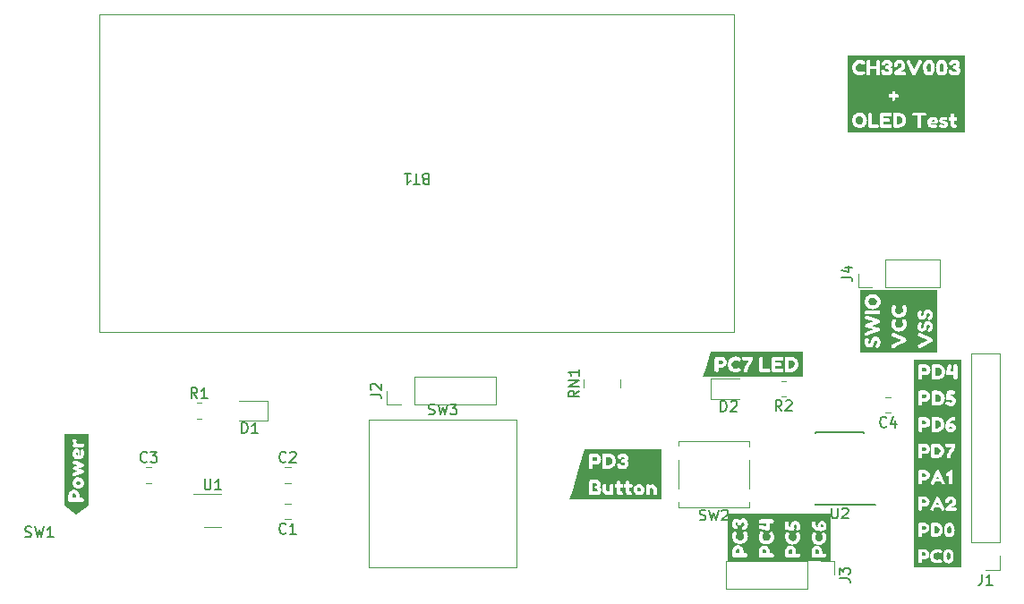
<source format=gbr>
%TF.GenerationSoftware,KiCad,Pcbnew,(6.0.11)*%
%TF.CreationDate,2023-02-12T12:57:38-06:00*%
%TF.ProjectId,DisplayMin,44697370-6c61-4794-9d69-6e2e6b696361,rev?*%
%TF.SameCoordinates,Original*%
%TF.FileFunction,Legend,Top*%
%TF.FilePolarity,Positive*%
%FSLAX46Y46*%
G04 Gerber Fmt 4.6, Leading zero omitted, Abs format (unit mm)*
G04 Created by KiCad (PCBNEW (6.0.11)) date 2023-02-12 12:57:38*
%MOMM*%
%LPD*%
G01*
G04 APERTURE LIST*
%ADD10C,0.150000*%
%ADD11C,0.120000*%
G04 APERTURE END LIST*
D10*
%TO.C,RN1*%
X148052380Y-102090476D02*
X147576190Y-102423809D01*
X148052380Y-102661904D02*
X147052380Y-102661904D01*
X147052380Y-102280952D01*
X147100000Y-102185714D01*
X147147619Y-102138095D01*
X147242857Y-102090476D01*
X147385714Y-102090476D01*
X147480952Y-102138095D01*
X147528571Y-102185714D01*
X147576190Y-102280952D01*
X147576190Y-102661904D01*
X148052380Y-101661904D02*
X147052380Y-101661904D01*
X148052380Y-101090476D01*
X147052380Y-101090476D01*
X148052380Y-100090476D02*
X148052380Y-100661904D01*
X148052380Y-100376190D02*
X147052380Y-100376190D01*
X147195238Y-100471428D01*
X147290476Y-100566666D01*
X147338095Y-100661904D01*
%TO.C,BT1*%
X133485714Y-82071428D02*
X133342857Y-82023809D01*
X133295238Y-81976190D01*
X133247619Y-81880952D01*
X133247619Y-81738095D01*
X133295238Y-81642857D01*
X133342857Y-81595238D01*
X133438095Y-81547619D01*
X133819047Y-81547619D01*
X133819047Y-82547619D01*
X133485714Y-82547619D01*
X133390476Y-82500000D01*
X133342857Y-82452380D01*
X133295238Y-82357142D01*
X133295238Y-82261904D01*
X133342857Y-82166666D01*
X133390476Y-82119047D01*
X133485714Y-82071428D01*
X133819047Y-82071428D01*
X132961904Y-82547619D02*
X132390476Y-82547619D01*
X132676190Y-81547619D02*
X132676190Y-82547619D01*
X131533333Y-81547619D02*
X132104761Y-81547619D01*
X131819047Y-81547619D02*
X131819047Y-82547619D01*
X131914285Y-82404761D01*
X132009523Y-82309523D01*
X132104761Y-82261904D01*
%TO.C,U2*%
X171938095Y-113177380D02*
X171938095Y-113986904D01*
X171985714Y-114082142D01*
X172033333Y-114129761D01*
X172128571Y-114177380D01*
X172319047Y-114177380D01*
X172414285Y-114129761D01*
X172461904Y-114082142D01*
X172509523Y-113986904D01*
X172509523Y-113177380D01*
X172938095Y-113272619D02*
X172985714Y-113225000D01*
X173080952Y-113177380D01*
X173319047Y-113177380D01*
X173414285Y-113225000D01*
X173461904Y-113272619D01*
X173509523Y-113367857D01*
X173509523Y-113463095D01*
X173461904Y-113605952D01*
X172890476Y-114177380D01*
X173509523Y-114177380D01*
%TO.C,U1*%
X112638095Y-110452380D02*
X112638095Y-111261904D01*
X112685714Y-111357142D01*
X112733333Y-111404761D01*
X112828571Y-111452380D01*
X113019047Y-111452380D01*
X113114285Y-111404761D01*
X113161904Y-111357142D01*
X113209523Y-111261904D01*
X113209523Y-110452380D01*
X114209523Y-111452380D02*
X113638095Y-111452380D01*
X113923809Y-111452380D02*
X113923809Y-110452380D01*
X113828571Y-110595238D01*
X113733333Y-110690476D01*
X113638095Y-110738095D01*
%TO.C,SW3*%
X133826666Y-104310761D02*
X133969523Y-104358380D01*
X134207619Y-104358380D01*
X134302857Y-104310761D01*
X134350476Y-104263142D01*
X134398095Y-104167904D01*
X134398095Y-104072666D01*
X134350476Y-103977428D01*
X134302857Y-103929809D01*
X134207619Y-103882190D01*
X134017142Y-103834571D01*
X133921904Y-103786952D01*
X133874285Y-103739333D01*
X133826666Y-103644095D01*
X133826666Y-103548857D01*
X133874285Y-103453619D01*
X133921904Y-103406000D01*
X134017142Y-103358380D01*
X134255238Y-103358380D01*
X134398095Y-103406000D01*
X134731428Y-103358380D02*
X134969523Y-104358380D01*
X135160000Y-103644095D01*
X135350476Y-104358380D01*
X135588571Y-103358380D01*
X135874285Y-103358380D02*
X136493333Y-103358380D01*
X136160000Y-103739333D01*
X136302857Y-103739333D01*
X136398095Y-103786952D01*
X136445714Y-103834571D01*
X136493333Y-103929809D01*
X136493333Y-104167904D01*
X136445714Y-104263142D01*
X136398095Y-104310761D01*
X136302857Y-104358380D01*
X136017142Y-104358380D01*
X135921904Y-104310761D01*
X135874285Y-104263142D01*
%TO.C,SW2*%
X159466666Y-114304761D02*
X159609523Y-114352380D01*
X159847619Y-114352380D01*
X159942857Y-114304761D01*
X159990476Y-114257142D01*
X160038095Y-114161904D01*
X160038095Y-114066666D01*
X159990476Y-113971428D01*
X159942857Y-113923809D01*
X159847619Y-113876190D01*
X159657142Y-113828571D01*
X159561904Y-113780952D01*
X159514285Y-113733333D01*
X159466666Y-113638095D01*
X159466666Y-113542857D01*
X159514285Y-113447619D01*
X159561904Y-113400000D01*
X159657142Y-113352380D01*
X159895238Y-113352380D01*
X160038095Y-113400000D01*
X160371428Y-113352380D02*
X160609523Y-114352380D01*
X160800000Y-113638095D01*
X160990476Y-114352380D01*
X161228571Y-113352380D01*
X161561904Y-113447619D02*
X161609523Y-113400000D01*
X161704761Y-113352380D01*
X161942857Y-113352380D01*
X162038095Y-113400000D01*
X162085714Y-113447619D01*
X162133333Y-113542857D01*
X162133333Y-113638095D01*
X162085714Y-113780952D01*
X161514285Y-114352380D01*
X162133333Y-114352380D01*
%TO.C,SW1*%
X95666666Y-115904761D02*
X95809523Y-115952380D01*
X96047619Y-115952380D01*
X96142857Y-115904761D01*
X96190476Y-115857142D01*
X96238095Y-115761904D01*
X96238095Y-115666666D01*
X96190476Y-115571428D01*
X96142857Y-115523809D01*
X96047619Y-115476190D01*
X95857142Y-115428571D01*
X95761904Y-115380952D01*
X95714285Y-115333333D01*
X95666666Y-115238095D01*
X95666666Y-115142857D01*
X95714285Y-115047619D01*
X95761904Y-115000000D01*
X95857142Y-114952380D01*
X96095238Y-114952380D01*
X96238095Y-115000000D01*
X96571428Y-114952380D02*
X96809523Y-115952380D01*
X97000000Y-115238095D01*
X97190476Y-115952380D01*
X97428571Y-114952380D01*
X98333333Y-115952380D02*
X97761904Y-115952380D01*
X98047619Y-115952380D02*
X98047619Y-114952380D01*
X97952380Y-115095238D01*
X97857142Y-115190476D01*
X97761904Y-115238095D01*
%TO.C,R2*%
X167233333Y-104002380D02*
X166900000Y-103526190D01*
X166661904Y-104002380D02*
X166661904Y-103002380D01*
X167042857Y-103002380D01*
X167138095Y-103050000D01*
X167185714Y-103097619D01*
X167233333Y-103192857D01*
X167233333Y-103335714D01*
X167185714Y-103430952D01*
X167138095Y-103478571D01*
X167042857Y-103526190D01*
X166661904Y-103526190D01*
X167614285Y-103097619D02*
X167661904Y-103050000D01*
X167757142Y-103002380D01*
X167995238Y-103002380D01*
X168090476Y-103050000D01*
X168138095Y-103097619D01*
X168185714Y-103192857D01*
X168185714Y-103288095D01*
X168138095Y-103430952D01*
X167566666Y-104002380D01*
X168185714Y-104002380D01*
%TO.C,R1*%
X111933333Y-102802380D02*
X111600000Y-102326190D01*
X111361904Y-102802380D02*
X111361904Y-101802380D01*
X111742857Y-101802380D01*
X111838095Y-101850000D01*
X111885714Y-101897619D01*
X111933333Y-101992857D01*
X111933333Y-102135714D01*
X111885714Y-102230952D01*
X111838095Y-102278571D01*
X111742857Y-102326190D01*
X111361904Y-102326190D01*
X112885714Y-102802380D02*
X112314285Y-102802380D01*
X112600000Y-102802380D02*
X112600000Y-101802380D01*
X112504761Y-101945238D01*
X112409523Y-102040476D01*
X112314285Y-102088095D01*
%TO.C,J4*%
X172897380Y-91333333D02*
X173611666Y-91333333D01*
X173754523Y-91380952D01*
X173849761Y-91476190D01*
X173897380Y-91619047D01*
X173897380Y-91714285D01*
X173230714Y-90428571D02*
X173897380Y-90428571D01*
X172849761Y-90666666D02*
X173564047Y-90904761D01*
X173564047Y-90285714D01*
%TO.C,J3*%
X172682380Y-119858333D02*
X173396666Y-119858333D01*
X173539523Y-119905952D01*
X173634761Y-120001190D01*
X173682380Y-120144047D01*
X173682380Y-120239285D01*
X172682380Y-119477380D02*
X172682380Y-118858333D01*
X173063333Y-119191666D01*
X173063333Y-119048809D01*
X173110952Y-118953571D01*
X173158571Y-118905952D01*
X173253809Y-118858333D01*
X173491904Y-118858333D01*
X173587142Y-118905952D01*
X173634761Y-118953571D01*
X173682380Y-119048809D01*
X173682380Y-119334523D01*
X173634761Y-119429761D01*
X173587142Y-119477380D01*
%TO.C,J2*%
X128322380Y-102433333D02*
X129036666Y-102433333D01*
X129179523Y-102480952D01*
X129274761Y-102576190D01*
X129322380Y-102719047D01*
X129322380Y-102814285D01*
X128417619Y-102004761D02*
X128370000Y-101957142D01*
X128322380Y-101861904D01*
X128322380Y-101623809D01*
X128370000Y-101528571D01*
X128417619Y-101480952D01*
X128512857Y-101433333D01*
X128608095Y-101433333D01*
X128750952Y-101480952D01*
X129322380Y-102052380D01*
X129322380Y-101433333D01*
%TO.C,J1*%
X186166666Y-119482380D02*
X186166666Y-120196666D01*
X186119047Y-120339523D01*
X186023809Y-120434761D01*
X185880952Y-120482380D01*
X185785714Y-120482380D01*
X187166666Y-120482380D02*
X186595238Y-120482380D01*
X186880952Y-120482380D02*
X186880952Y-119482380D01*
X186785714Y-119625238D01*
X186690476Y-119720476D01*
X186595238Y-119768095D01*
%TO.C,D2*%
X161461904Y-104052380D02*
X161461904Y-103052380D01*
X161700000Y-103052380D01*
X161842857Y-103100000D01*
X161938095Y-103195238D01*
X161985714Y-103290476D01*
X162033333Y-103480952D01*
X162033333Y-103623809D01*
X161985714Y-103814285D01*
X161938095Y-103909523D01*
X161842857Y-104004761D01*
X161700000Y-104052380D01*
X161461904Y-104052380D01*
X162414285Y-103147619D02*
X162461904Y-103100000D01*
X162557142Y-103052380D01*
X162795238Y-103052380D01*
X162890476Y-103100000D01*
X162938095Y-103147619D01*
X162985714Y-103242857D01*
X162985714Y-103338095D01*
X162938095Y-103480952D01*
X162366666Y-104052380D01*
X162985714Y-104052380D01*
%TO.C,D1*%
X116161904Y-106102380D02*
X116161904Y-105102380D01*
X116400000Y-105102380D01*
X116542857Y-105150000D01*
X116638095Y-105245238D01*
X116685714Y-105340476D01*
X116733333Y-105530952D01*
X116733333Y-105673809D01*
X116685714Y-105864285D01*
X116638095Y-105959523D01*
X116542857Y-106054761D01*
X116400000Y-106102380D01*
X116161904Y-106102380D01*
X117685714Y-106102380D02*
X117114285Y-106102380D01*
X117400000Y-106102380D02*
X117400000Y-105102380D01*
X117304761Y-105245238D01*
X117209523Y-105340476D01*
X117114285Y-105388095D01*
%TO.C,C4*%
X177133333Y-105462142D02*
X177085714Y-105509761D01*
X176942857Y-105557380D01*
X176847619Y-105557380D01*
X176704761Y-105509761D01*
X176609523Y-105414523D01*
X176561904Y-105319285D01*
X176514285Y-105128809D01*
X176514285Y-104985952D01*
X176561904Y-104795476D01*
X176609523Y-104700238D01*
X176704761Y-104605000D01*
X176847619Y-104557380D01*
X176942857Y-104557380D01*
X177085714Y-104605000D01*
X177133333Y-104652619D01*
X177990476Y-104890714D02*
X177990476Y-105557380D01*
X177752380Y-104509761D02*
X177514285Y-105224047D01*
X178133333Y-105224047D01*
%TO.C,C3*%
X107183333Y-108777142D02*
X107135714Y-108824761D01*
X106992857Y-108872380D01*
X106897619Y-108872380D01*
X106754761Y-108824761D01*
X106659523Y-108729523D01*
X106611904Y-108634285D01*
X106564285Y-108443809D01*
X106564285Y-108300952D01*
X106611904Y-108110476D01*
X106659523Y-108015238D01*
X106754761Y-107920000D01*
X106897619Y-107872380D01*
X106992857Y-107872380D01*
X107135714Y-107920000D01*
X107183333Y-107967619D01*
X107516666Y-107872380D02*
X108135714Y-107872380D01*
X107802380Y-108253333D01*
X107945238Y-108253333D01*
X108040476Y-108300952D01*
X108088095Y-108348571D01*
X108135714Y-108443809D01*
X108135714Y-108681904D01*
X108088095Y-108777142D01*
X108040476Y-108824761D01*
X107945238Y-108872380D01*
X107659523Y-108872380D01*
X107564285Y-108824761D01*
X107516666Y-108777142D01*
%TO.C,C2*%
X120333333Y-108777142D02*
X120285714Y-108824761D01*
X120142857Y-108872380D01*
X120047619Y-108872380D01*
X119904761Y-108824761D01*
X119809523Y-108729523D01*
X119761904Y-108634285D01*
X119714285Y-108443809D01*
X119714285Y-108300952D01*
X119761904Y-108110476D01*
X119809523Y-108015238D01*
X119904761Y-107920000D01*
X120047619Y-107872380D01*
X120142857Y-107872380D01*
X120285714Y-107920000D01*
X120333333Y-107967619D01*
X120714285Y-107967619D02*
X120761904Y-107920000D01*
X120857142Y-107872380D01*
X121095238Y-107872380D01*
X121190476Y-107920000D01*
X121238095Y-107967619D01*
X121285714Y-108062857D01*
X121285714Y-108158095D01*
X121238095Y-108300952D01*
X120666666Y-108872380D01*
X121285714Y-108872380D01*
%TO.C,C1*%
X120333333Y-115537142D02*
X120285714Y-115584761D01*
X120142857Y-115632380D01*
X120047619Y-115632380D01*
X119904761Y-115584761D01*
X119809523Y-115489523D01*
X119761904Y-115394285D01*
X119714285Y-115203809D01*
X119714285Y-115060952D01*
X119761904Y-114870476D01*
X119809523Y-114775238D01*
X119904761Y-114680000D01*
X120047619Y-114632380D01*
X120142857Y-114632380D01*
X120285714Y-114680000D01*
X120333333Y-114727619D01*
X121285714Y-115632380D02*
X120714285Y-115632380D01*
X121000000Y-115632380D02*
X121000000Y-114632380D01*
X120904761Y-114775238D01*
X120809523Y-114870476D01*
X120714285Y-114918095D01*
%TO.C,kibuzzard-63E934AF*%
G36*
X173474116Y-70355410D02*
G01*
X184525884Y-70355410D01*
X184525884Y-77644590D01*
X173474116Y-77644590D01*
X173474116Y-76512566D01*
X173887528Y-76512566D01*
X173900351Y-76653928D01*
X173938823Y-76785176D01*
X174002942Y-76906310D01*
X174092708Y-77017329D01*
X174200777Y-77110045D01*
X174319803Y-77176272D01*
X174449787Y-77216007D01*
X174590728Y-77229252D01*
X174731369Y-77215827D01*
X174860449Y-77175549D01*
X174977970Y-77108420D01*
X175061124Y-77034668D01*
X175409524Y-77034668D01*
X175421083Y-77132924D01*
X175472138Y-77187831D01*
X175579063Y-77206133D01*
X176272631Y-77206133D01*
X176372813Y-77186868D01*
X176405565Y-77144483D01*
X176415197Y-77062603D01*
X176411911Y-77034668D01*
X176540425Y-77034668D01*
X176551984Y-77132924D01*
X176603039Y-77187831D01*
X176709964Y-77206133D01*
X177472889Y-77206133D01*
X177573071Y-77194574D01*
X177626533Y-77143520D01*
X177644354Y-77036595D01*
X177643849Y-77032742D01*
X177769582Y-77032742D01*
X177792700Y-77156042D01*
X177843755Y-77192166D01*
X177939120Y-77204207D01*
X178291684Y-77204207D01*
X178433589Y-77191082D01*
X178564536Y-77151708D01*
X178684525Y-77086084D01*
X178793558Y-76994210D01*
X178884167Y-76883974D01*
X178948888Y-76763261D01*
X178987720Y-76632074D01*
X179000665Y-76490410D01*
X178987419Y-76349288D01*
X178947684Y-76219726D01*
X178881458Y-76101723D01*
X178788741Y-75995279D01*
X178780457Y-75988657D01*
X178708010Y-75930739D01*
X179565152Y-75930739D01*
X179574785Y-76011655D01*
X179613316Y-76056930D01*
X179703866Y-76071379D01*
X180073768Y-76071379D01*
X180073768Y-77038521D01*
X180076658Y-77104988D01*
X180093997Y-77155079D01*
X180144089Y-77194574D01*
X180239454Y-77206133D01*
X180335783Y-77194574D01*
X180386837Y-77155079D01*
X180404177Y-77105951D01*
X180407066Y-77040448D01*
X180407066Y-76703297D01*
X180992746Y-76703297D01*
X181006232Y-76827668D01*
X181046690Y-76943905D01*
X181114120Y-77052007D01*
X181188053Y-77124976D01*
X181286549Y-77182051D01*
X181405274Y-77218897D01*
X181539894Y-77231179D01*
X181719427Y-77220462D01*
X181847665Y-77188313D01*
X181924608Y-77134730D01*
X181950255Y-77059714D01*
X181945355Y-77042374D01*
X182096675Y-77042374D01*
X182133280Y-77115584D01*
X182249196Y-77175522D01*
X182368322Y-77211485D01*
X182490660Y-77223473D01*
X182660921Y-77208542D01*
X182799876Y-77163749D01*
X182904874Y-77058750D01*
X182933051Y-76980965D01*
X182942443Y-76888248D01*
X182933051Y-76796495D01*
X182904874Y-76721599D01*
X182811435Y-76628160D01*
X182690061Y-76579996D01*
X182564833Y-76554950D01*
X182466578Y-76527497D01*
X182433826Y-76479814D01*
X182547494Y-76437429D01*
X182683318Y-76466328D01*
X182769051Y-76495226D01*
X182855747Y-76427796D01*
X182871551Y-76385411D01*
X183019506Y-76385411D01*
X183047441Y-76497153D01*
X183117761Y-76529905D01*
X183196751Y-76524125D01*
X183196751Y-76809258D01*
X183208310Y-76939195D01*
X183242989Y-77041304D01*
X183300786Y-77115584D01*
X183380846Y-77165889D01*
X183482312Y-77196072D01*
X183605185Y-77206133D01*
X183669726Y-77203244D01*
X183720780Y-77186868D01*
X183761238Y-77136295D01*
X183774724Y-77038521D01*
X183730413Y-76909441D01*
X183679359Y-76891138D01*
X183610002Y-76888248D01*
X183548351Y-76865129D01*
X183531975Y-76789993D01*
X183531975Y-76524125D01*
X183657203Y-76531831D01*
X183723670Y-76528941D01*
X183774724Y-76512566D01*
X183813737Y-76461993D01*
X183826742Y-76364219D01*
X183814219Y-76265482D01*
X183776651Y-76215873D01*
X183725596Y-76197570D01*
X183660093Y-76194680D01*
X183554863Y-76201010D01*
X183531975Y-76202387D01*
X183531975Y-76013582D01*
X183522342Y-75915326D01*
X183470807Y-75861864D01*
X183366290Y-75844043D01*
X183267553Y-75856084D01*
X183217943Y-75892208D01*
X183199641Y-75938445D01*
X183196751Y-76003949D01*
X183196751Y-76202387D01*
X183133174Y-76194680D01*
X183056111Y-76219726D01*
X183029139Y-76270780D01*
X183019506Y-76385411D01*
X182871551Y-76385411D01*
X182898131Y-76314128D01*
X182830701Y-76237065D01*
X182688134Y-76187937D01*
X182549421Y-76171561D01*
X182398916Y-76183737D01*
X182354316Y-76197655D01*
X182281858Y-76220265D01*
X182198244Y-76281145D01*
X182148076Y-76366377D01*
X182131353Y-76475961D01*
X182140505Y-76571085D01*
X182167958Y-76652242D01*
X182260434Y-76761094D01*
X182380364Y-76820336D01*
X182501256Y-76851643D01*
X182598067Y-76873799D01*
X182630337Y-76905587D01*
X182512816Y-76951825D01*
X182366396Y-76904624D01*
X182238278Y-76857423D01*
X182169885Y-76890175D01*
X182114977Y-76979279D01*
X182096675Y-77042374D01*
X181945355Y-77042374D01*
X181925210Y-76971091D01*
X181819248Y-76884395D01*
X181742185Y-76905587D01*
X181720992Y-76913294D01*
X181645374Y-76930633D01*
X181545674Y-76936413D01*
X181418520Y-76899808D01*
X181354943Y-76809258D01*
X181811541Y-76809258D01*
X181941585Y-76752424D01*
X181985656Y-76680178D01*
X182000346Y-76577106D01*
X181983970Y-76463197D01*
X181934842Y-76358439D01*
X181835517Y-76253548D01*
X181704509Y-76190613D01*
X181541821Y-76169635D01*
X181393795Y-76185797D01*
X181263109Y-76234282D01*
X181149762Y-76315091D01*
X181147816Y-76317496D01*
X181062531Y-76422873D01*
X181010192Y-76552274D01*
X180992746Y-76703297D01*
X180407066Y-76703297D01*
X180407066Y-76071379D01*
X180775043Y-76071379D01*
X180873298Y-76054040D01*
X180906050Y-76012619D01*
X180915683Y-75932666D01*
X180906050Y-75851749D01*
X180867518Y-75806475D01*
X180776969Y-75792025D01*
X179705792Y-75792025D01*
X179607537Y-75809365D01*
X179574785Y-75850786D01*
X179565152Y-75930739D01*
X178708010Y-75930739D01*
X178678565Y-75907199D01*
X178559960Y-75844284D01*
X178432926Y-75806535D01*
X178297464Y-75793952D01*
X177941047Y-75792025D01*
X177841828Y-75805030D01*
X177816911Y-75824071D01*
X177790774Y-75844043D01*
X177772471Y-75894134D01*
X177769582Y-75961564D01*
X177769582Y-77032742D01*
X177643849Y-77032742D01*
X177631350Y-76937376D01*
X177592336Y-76886322D01*
X177541282Y-76868019D01*
X177474815Y-76865129D01*
X176881429Y-76865129D01*
X176881429Y-76670545D01*
X177259038Y-76670545D01*
X177359220Y-76658985D01*
X177414128Y-76607931D01*
X177432430Y-76501006D01*
X177419426Y-76401787D01*
X177380413Y-76350733D01*
X177329359Y-76332431D01*
X177262892Y-76329541D01*
X176881429Y-76329541D01*
X176881429Y-76134956D01*
X177472889Y-76134956D01*
X177573071Y-76123397D01*
X177626533Y-76072343D01*
X177644354Y-75965417D01*
X177631350Y-75866199D01*
X177592336Y-75815144D01*
X177541282Y-75796842D01*
X177474815Y-75793952D01*
X176715744Y-75793952D01*
X176577030Y-75829594D01*
X176540425Y-75963491D01*
X176540425Y-77034668D01*
X176411911Y-77034668D01*
X176405565Y-76980724D01*
X176367033Y-76935449D01*
X176317847Y-76927764D01*
X176274557Y-76921000D01*
X175750528Y-76921000D01*
X175750528Y-75965417D01*
X175740895Y-75865235D01*
X175688396Y-75811773D01*
X175580989Y-75793952D01*
X175481771Y-75806956D01*
X175430716Y-75845970D01*
X175412414Y-75897024D01*
X175409524Y-75963491D01*
X175409524Y-77034668D01*
X175061124Y-77034668D01*
X175083932Y-77014439D01*
X175171592Y-76901373D01*
X175234205Y-76776988D01*
X175271774Y-76641285D01*
X175284296Y-76494263D01*
X175271172Y-76347783D01*
X175231797Y-76213705D01*
X175166173Y-76092030D01*
X175074299Y-75982757D01*
X174964605Y-75892569D01*
X174845518Y-75828149D01*
X174717040Y-75789497D01*
X174647996Y-75783045D01*
X174579169Y-75776613D01*
X174448162Y-75790099D01*
X174321008Y-75830557D01*
X174203005Y-75894616D01*
X174099451Y-75978904D01*
X174012755Y-76084624D01*
X173945325Y-76212983D01*
X173901977Y-76357717D01*
X173887528Y-76512566D01*
X173474116Y-76512566D01*
X173474116Y-74189981D01*
X177350632Y-74189981D01*
X177360407Y-74278936D01*
X177399508Y-74328790D01*
X177493350Y-74344430D01*
X177663439Y-74344430D01*
X177663439Y-74500834D01*
X177681035Y-74608362D01*
X177727956Y-74644530D01*
X177816911Y-74655283D01*
X177905866Y-74644530D01*
X177955719Y-74602497D01*
X177972337Y-74502789D01*
X177972337Y-74344430D01*
X178140471Y-74344430D01*
X178240179Y-74326835D01*
X178273415Y-74279914D01*
X178283190Y-74190959D01*
X178272437Y-74102004D01*
X178230404Y-74052150D01*
X178130696Y-74035532D01*
X177972337Y-74035532D01*
X177972337Y-73879128D01*
X177954742Y-73771601D01*
X177906843Y-73735432D01*
X177817888Y-73724680D01*
X177728934Y-73735432D01*
X177679080Y-73777466D01*
X177663439Y-73877173D01*
X177663439Y-74035532D01*
X177507036Y-74035532D01*
X177399508Y-74053128D01*
X177361384Y-74101027D01*
X177350632Y-74189981D01*
X173474116Y-74189981D01*
X173474116Y-71510977D01*
X173888972Y-71510977D01*
X173902119Y-71660053D01*
X173941558Y-71797719D01*
X174001338Y-71917774D01*
X174075504Y-72014016D01*
X174162072Y-72091903D01*
X174259058Y-72156891D01*
X174359765Y-72206997D01*
X174457496Y-72240235D01*
X174553242Y-72258839D01*
X174647996Y-72265040D01*
X174743990Y-72257102D01*
X174843457Y-72233290D01*
X174977402Y-72181696D01*
X175045863Y-72140024D01*
X175108371Y-72090415D01*
X175117556Y-72066602D01*
X175266129Y-72066602D01*
X175278035Y-72169790D01*
X175330621Y-72224856D01*
X175440754Y-72243212D01*
X175542949Y-72229817D01*
X175595535Y-72189633D01*
X175614387Y-72137048D01*
X175617363Y-72068587D01*
X175617363Y-71663774D01*
X176143222Y-71663774D01*
X176143222Y-72066602D01*
X176155129Y-72169790D01*
X176207715Y-72224856D01*
X176317847Y-72243212D01*
X176420043Y-72229817D01*
X176472629Y-72189633D01*
X176491480Y-72137048D01*
X176494457Y-72068587D01*
X176494457Y-71812602D01*
X176623441Y-71812602D01*
X176645269Y-71919758D01*
X176649238Y-71939602D01*
X176671066Y-71991196D01*
X176720179Y-72070075D01*
X176776238Y-72132087D01*
X176890891Y-72209257D01*
X177023183Y-72255559D01*
X177173113Y-72270993D01*
X177324146Y-72255669D01*
X177457099Y-72209698D01*
X177571972Y-72133079D01*
X177626985Y-72070571D01*
X177829941Y-72070571D01*
X177881535Y-72195587D01*
X178004566Y-72249165D01*
X178780457Y-72249165D01*
X178903488Y-72225352D01*
X178946152Y-72173758D01*
X178959051Y-72073548D01*
X178947144Y-71972344D01*
X178900512Y-71914798D01*
X178784426Y-71895946D01*
X178421285Y-71895946D01*
X178421285Y-71886024D01*
X178470894Y-71866180D01*
X178593926Y-71799208D01*
X178732832Y-71689571D01*
X178797324Y-71618133D01*
X178851894Y-71526852D01*
X178889101Y-71422673D01*
X178901504Y-71312540D01*
X178884967Y-71176169D01*
X178835358Y-71050161D01*
X178756223Y-70939477D01*
X179018582Y-70939477D01*
X179048347Y-71034727D01*
X179596035Y-72145977D01*
X179662512Y-72216423D01*
X179756769Y-72243212D01*
X179776613Y-72243212D01*
X179868887Y-72216423D01*
X179935363Y-72145977D01*
X180244415Y-71518915D01*
X180592191Y-71518915D01*
X180598585Y-71658041D01*
X180617768Y-71787026D01*
X180649738Y-71905868D01*
X180692650Y-72005583D01*
X180745980Y-72090415D01*
X180815929Y-72161604D01*
X180908699Y-72220391D01*
X181020568Y-72259831D01*
X181147816Y-72272977D01*
X181274568Y-72260079D01*
X181384949Y-72221383D01*
X181475982Y-72162844D01*
X181544691Y-72090415D01*
X181612408Y-71975941D01*
X181660777Y-71842864D01*
X181689799Y-71691183D01*
X181699472Y-71520899D01*
X181699372Y-71518915D01*
X181798691Y-71518915D01*
X181805085Y-71658041D01*
X181824268Y-71787026D01*
X181856238Y-71905868D01*
X181899150Y-72005583D01*
X181952480Y-72090415D01*
X182022429Y-72161604D01*
X182115199Y-72220391D01*
X182227068Y-72259831D01*
X182354316Y-72272977D01*
X182481068Y-72260079D01*
X182591449Y-72221383D01*
X182682482Y-72162844D01*
X182751191Y-72090415D01*
X182818908Y-71975941D01*
X182867277Y-71842864D01*
X182873067Y-71812602D01*
X183005191Y-71812602D01*
X183027019Y-71919758D01*
X183030988Y-71939602D01*
X183052816Y-71991196D01*
X183101929Y-72070075D01*
X183157988Y-72132087D01*
X183272641Y-72209257D01*
X183404933Y-72255559D01*
X183554863Y-72270993D01*
X183705896Y-72255669D01*
X183838849Y-72209698D01*
X183953722Y-72133079D01*
X184041917Y-72032868D01*
X184094834Y-71916120D01*
X184112472Y-71782837D01*
X184096101Y-71681633D01*
X184046988Y-71592337D01*
X183984480Y-71527844D01*
X183925941Y-71485180D01*
X183925941Y-71471290D01*
X184011931Y-71409002D01*
X184063525Y-71325328D01*
X184080722Y-71220266D01*
X184065068Y-71108370D01*
X184018104Y-71004190D01*
X183939832Y-70907727D01*
X183834439Y-70830557D01*
X183706117Y-70784255D01*
X183554863Y-70768821D01*
X183456388Y-70775766D01*
X183367340Y-70796602D01*
X183236371Y-70858118D01*
X183154019Y-70936501D01*
X183110363Y-70999008D01*
X183064722Y-71133946D01*
X183089527Y-71204887D01*
X183163941Y-71266899D01*
X183273082Y-71302618D01*
X183348488Y-71277813D01*
X183404051Y-71203399D01*
X183415957Y-71179587D01*
X183467551Y-71131962D01*
X183579668Y-71108149D01*
X183689801Y-71145852D01*
X183729488Y-71225227D01*
X183691785Y-71283270D01*
X183578676Y-71302618D01*
X183475488Y-71312540D01*
X183420422Y-71366614D01*
X183402066Y-71477243D01*
X183415461Y-71578942D01*
X183455644Y-71630040D01*
X183507238Y-71649883D01*
X183597527Y-71653852D01*
X183712621Y-71694532D01*
X183761238Y-71788790D01*
X183711629Y-71885032D01*
X183648129Y-71917030D01*
X183556847Y-71927696D01*
X183473504Y-71915790D01*
X183364363Y-71820540D01*
X183304832Y-71717352D01*
X183199660Y-71697508D01*
X183053808Y-71726282D01*
X183005191Y-71812602D01*
X182873067Y-71812602D01*
X182896299Y-71691183D01*
X182905972Y-71520899D01*
X182899358Y-71389710D01*
X182879514Y-71263371D01*
X182846441Y-71141883D01*
X182805017Y-71041673D01*
X182752183Y-70955352D01*
X182682730Y-70882426D01*
X182591449Y-70822399D01*
X182480572Y-70782216D01*
X182352332Y-70768821D01*
X182223596Y-70782464D01*
X182111230Y-70823391D01*
X182018709Y-70884411D01*
X181949504Y-70958329D01*
X181894685Y-71053827D01*
X181845324Y-71179587D01*
X181819417Y-71279908D01*
X181803873Y-71393017D01*
X181798691Y-71518915D01*
X181699372Y-71518915D01*
X181692858Y-71389710D01*
X181673014Y-71263371D01*
X181639941Y-71141883D01*
X181598517Y-71041673D01*
X181545683Y-70955352D01*
X181476230Y-70882426D01*
X181384949Y-70822399D01*
X181274072Y-70782216D01*
X181145832Y-70768821D01*
X181017096Y-70782464D01*
X180904730Y-70823391D01*
X180812209Y-70884411D01*
X180743004Y-70958329D01*
X180688185Y-71053827D01*
X180638824Y-71179587D01*
X180612917Y-71279908D01*
X180597373Y-71393017D01*
X180592191Y-71518915D01*
X180244415Y-71518915D01*
X180483051Y-71034727D01*
X180512816Y-70939477D01*
X180483547Y-70873001D01*
X180395738Y-70812477D01*
X180278660Y-70778743D01*
X180191347Y-70832321D01*
X180163566Y-70891852D01*
X179766691Y-71761008D01*
X179745111Y-71715120D01*
X179696246Y-71609204D01*
X179631754Y-71469057D01*
X179563293Y-71320477D01*
X179495080Y-71171897D01*
X179431332Y-71031751D01*
X179381474Y-70922610D01*
X179354933Y-70867048D01*
X179322191Y-70814462D01*
X179288457Y-70786680D01*
X179235871Y-70778743D01*
X179135660Y-70812477D01*
X179047851Y-70873001D01*
X179018582Y-70939477D01*
X178756223Y-70939477D01*
X178752676Y-70934516D01*
X178643425Y-70842463D01*
X178514110Y-70787232D01*
X178364730Y-70768821D01*
X178215461Y-70787011D01*
X178086477Y-70841581D01*
X177977777Y-70932532D01*
X177895646Y-71046413D01*
X177846367Y-71169775D01*
X177829941Y-71302618D01*
X177839863Y-71403821D01*
X177893937Y-71460376D01*
X178004566Y-71479227D01*
X178105769Y-71467321D01*
X178159347Y-71431602D01*
X178178199Y-71381993D01*
X178181176Y-71316508D01*
X178181176Y-71304602D01*
X178189113Y-71258962D01*
X178241699Y-71166688D01*
X178351832Y-71120055D01*
X178451051Y-71137915D01*
X178503637Y-71176610D01*
X178534394Y-71230188D01*
X178548285Y-71280790D01*
X178529681Y-71367606D01*
X178473871Y-71449462D01*
X178391767Y-71524620D01*
X178294285Y-71591344D01*
X178189113Y-71654348D01*
X178083941Y-71718344D01*
X177986459Y-71789286D01*
X177904355Y-71873126D01*
X177848545Y-71967632D01*
X177829941Y-72070571D01*
X177626985Y-72070571D01*
X177660167Y-72032868D01*
X177713084Y-71916120D01*
X177730722Y-71782837D01*
X177714351Y-71681633D01*
X177665238Y-71592337D01*
X177602730Y-71527844D01*
X177544191Y-71485180D01*
X177544191Y-71471290D01*
X177630181Y-71409002D01*
X177681775Y-71325328D01*
X177698972Y-71220266D01*
X177683318Y-71108370D01*
X177636354Y-71004190D01*
X177558082Y-70907727D01*
X177452689Y-70830557D01*
X177324367Y-70784255D01*
X177173113Y-70768821D01*
X177074638Y-70775766D01*
X176985590Y-70796602D01*
X176854621Y-70858118D01*
X176772269Y-70936501D01*
X176728613Y-70999008D01*
X176682972Y-71133946D01*
X176707777Y-71204887D01*
X176782191Y-71266899D01*
X176891332Y-71302618D01*
X176966738Y-71277813D01*
X177022301Y-71203399D01*
X177034207Y-71179587D01*
X177085801Y-71131962D01*
X177197918Y-71108149D01*
X177308051Y-71145852D01*
X177347738Y-71225227D01*
X177310035Y-71283270D01*
X177196926Y-71302618D01*
X177093738Y-71312540D01*
X177038672Y-71366614D01*
X177020316Y-71477243D01*
X177033711Y-71578942D01*
X177073894Y-71630040D01*
X177125488Y-71649883D01*
X177215777Y-71653852D01*
X177330871Y-71694532D01*
X177379488Y-71788790D01*
X177329879Y-71885032D01*
X177266379Y-71917030D01*
X177175097Y-71927696D01*
X177091754Y-71915790D01*
X176982613Y-71820540D01*
X176923082Y-71717352D01*
X176817910Y-71697508D01*
X176672058Y-71726282D01*
X176623441Y-71812602D01*
X176494457Y-71812602D01*
X176494457Y-70967258D01*
X176484535Y-70864071D01*
X176456754Y-70824383D01*
X176405160Y-70800571D01*
X176313879Y-70790649D01*
X176218629Y-70802555D01*
X176165051Y-70844227D01*
X176146199Y-70896813D01*
X176143222Y-70965274D01*
X176143222Y-71372071D01*
X175617363Y-71372071D01*
X175617363Y-70967258D01*
X175607441Y-70864071D01*
X175553367Y-70809005D01*
X175442738Y-70790649D01*
X175340543Y-70804044D01*
X175287957Y-70844227D01*
X175269105Y-70896813D01*
X175266129Y-70965274D01*
X175266129Y-72066602D01*
X175117556Y-72066602D01*
X175135160Y-72020962D01*
X175091504Y-71909837D01*
X175022547Y-71826493D01*
X174958551Y-71798712D01*
X174863301Y-71838399D01*
X174827582Y-71864196D01*
X174749199Y-71895946D01*
X174633113Y-71911821D01*
X174504625Y-71889993D01*
X174381097Y-71824508D01*
X174279894Y-71699493D01*
X174250129Y-71614909D01*
X174240207Y-71519907D01*
X174250129Y-71424905D01*
X174279894Y-71340321D01*
X174379113Y-71217290D01*
X174505121Y-71150317D01*
X174633113Y-71127993D01*
X174758129Y-71144860D01*
X174855363Y-71195462D01*
X174956566Y-71239118D01*
X175022051Y-71212329D01*
X175095472Y-71131962D01*
X175137144Y-71021829D01*
X175085551Y-70927571D01*
X175029988Y-70891852D01*
X174982363Y-70864071D01*
X174836512Y-70805532D01*
X174741013Y-70783952D01*
X174647004Y-70776758D01*
X174516255Y-70788665D01*
X174385948Y-70824383D01*
X174256082Y-70883915D01*
X174158599Y-70946175D01*
X174072527Y-71021829D01*
X173999353Y-71115094D01*
X173940566Y-71230188D01*
X173901871Y-71363389D01*
X173888972Y-71510977D01*
X173474116Y-71510977D01*
X173474116Y-70355410D01*
G37*
G36*
X174715233Y-76144108D02*
G01*
X174832514Y-76223579D01*
X174915598Y-76346880D01*
X174943292Y-76504859D01*
X174915838Y-76662357D01*
X174833477Y-76784213D01*
X174716919Y-76862239D01*
X174586875Y-76888248D01*
X174456590Y-76861517D01*
X174339310Y-76781323D01*
X174256226Y-76658263D01*
X174228532Y-76502933D01*
X174255986Y-76347602D01*
X174338347Y-76224542D01*
X174454905Y-76144348D01*
X174584949Y-76117617D01*
X174715233Y-76144108D01*
G37*
G36*
X178432565Y-76161206D02*
G01*
X178550809Y-76239955D01*
X178632448Y-76357717D01*
X178659660Y-76501006D01*
X178631725Y-76643814D01*
X178547919Y-76760131D01*
X178429434Y-76837435D01*
X178297464Y-76863203D01*
X178110586Y-76863203D01*
X178110586Y-76134956D01*
X178295537Y-76134956D01*
X178432565Y-76161206D01*
G37*
G36*
X182440885Y-71144984D02*
G01*
X182504137Y-71219770D01*
X182542088Y-71344414D01*
X182554738Y-71518915D01*
X182554738Y-71530821D01*
X182541964Y-71700981D01*
X182503640Y-71822524D01*
X182439768Y-71895450D01*
X182350347Y-71919758D01*
X182262663Y-71894768D01*
X182200031Y-71819796D01*
X182162452Y-71694842D01*
X182149926Y-71519907D01*
X182162576Y-71344972D01*
X182200527Y-71220018D01*
X182263779Y-71145046D01*
X182352332Y-71120055D01*
X182440885Y-71144984D01*
G37*
G36*
X181234385Y-71144984D02*
G01*
X181297637Y-71219770D01*
X181335588Y-71344414D01*
X181348238Y-71518915D01*
X181348238Y-71530821D01*
X181335464Y-71700981D01*
X181297140Y-71822524D01*
X181233268Y-71895450D01*
X181143847Y-71919758D01*
X181056163Y-71894768D01*
X180993531Y-71819796D01*
X180955952Y-71694842D01*
X180943426Y-71519907D01*
X180956076Y-71344972D01*
X180994027Y-71220018D01*
X181057279Y-71145046D01*
X181145832Y-71120055D01*
X181234385Y-71144984D01*
G37*
G36*
X181633333Y-76501006D02*
G01*
X181667048Y-76572289D01*
X181593838Y-76633940D01*
X181351089Y-76633940D01*
X181412740Y-76525088D01*
X181537004Y-76474034D01*
X181633333Y-76501006D01*
G37*
%TO.C,kibuzzard-63E93477*%
G36*
X100500000Y-113774502D02*
G01*
X99346417Y-113005446D01*
X99346417Y-112415425D01*
X99759828Y-112415425D01*
X99773223Y-112517621D01*
X99813406Y-112570207D01*
X99865992Y-112589058D01*
X99934453Y-112592035D01*
X101035781Y-112592035D01*
X101138969Y-112580128D01*
X101194035Y-112527543D01*
X101212391Y-112417410D01*
X101198996Y-112315214D01*
X101158812Y-112262628D01*
X101106227Y-112243777D01*
X101037766Y-112240800D01*
X100813531Y-112240800D01*
X100813531Y-111992753D01*
X100799420Y-111876337D01*
X100757087Y-111762566D01*
X100686531Y-111651441D01*
X100614350Y-111577523D01*
X100520836Y-111518488D01*
X100410455Y-111479793D01*
X100287672Y-111466894D01*
X100164641Y-111479793D01*
X100053516Y-111518488D01*
X99959258Y-111577523D01*
X99886828Y-111651441D01*
X99816273Y-111762345D01*
X99773939Y-111875455D01*
X99759828Y-111990769D01*
X99759828Y-112415425D01*
X99346417Y-112415425D01*
X99346417Y-110819988D01*
X100144797Y-110819988D01*
X100161995Y-110957571D01*
X100213589Y-111084571D01*
X100299578Y-111200988D01*
X100412026Y-111293592D01*
X100542995Y-111349155D01*
X100692484Y-111367675D01*
X100843049Y-111346591D01*
X100977242Y-111283339D01*
X101087871Y-111189330D01*
X101167742Y-111075972D01*
X101216111Y-110950957D01*
X101232234Y-110821972D01*
X101217104Y-110693236D01*
X101171711Y-110568964D01*
X101094320Y-110456103D01*
X100983195Y-110361597D01*
X100846025Y-110297601D01*
X100690500Y-110276269D01*
X100541121Y-110294569D01*
X100410483Y-110349470D01*
X100298586Y-110440972D01*
X100213148Y-110556286D01*
X100161885Y-110682625D01*
X100144797Y-110819988D01*
X99346417Y-110819988D01*
X99346417Y-109980597D01*
X100156703Y-109980597D01*
X100182500Y-110083785D01*
X100236574Y-110168617D01*
X100307516Y-110196894D01*
X100384906Y-110177050D01*
X101115156Y-109877410D01*
X101185602Y-109821847D01*
X101220328Y-109718660D01*
X101172703Y-109609519D01*
X101131031Y-109577769D01*
X101098289Y-109560902D01*
X101062570Y-109547011D01*
X100927633Y-109497402D01*
X100834615Y-109463419D01*
X100771859Y-109438863D01*
X100926200Y-109380875D01*
X101029387Y-109341849D01*
X101081422Y-109321785D01*
X101115156Y-109305910D01*
X101185602Y-109249355D01*
X101220328Y-109161050D01*
X101206437Y-109085644D01*
X101157820Y-109026113D01*
X101083406Y-108986425D01*
X100551594Y-108768144D01*
X100421617Y-108714566D01*
X100313469Y-108682816D01*
X100238559Y-108714566D01*
X100176547Y-108809816D01*
X100156703Y-108889191D01*
X100188453Y-108972535D01*
X100283703Y-109032066D01*
X100613109Y-109153113D01*
X100560193Y-109174059D01*
X100454359Y-109213085D01*
X100295609Y-109270191D01*
X100261875Y-109286066D01*
X100198375Y-109344605D01*
X100166625Y-109446800D01*
X100224172Y-109563878D01*
X100293625Y-109607535D01*
X100615094Y-109724613D01*
X100443115Y-109787892D01*
X100318760Y-109834856D01*
X100242031Y-109865503D01*
X100207305Y-109881378D01*
X100173570Y-109916105D01*
X100156703Y-109980597D01*
X99346417Y-109980597D01*
X99346417Y-108037894D01*
X100146781Y-108037894D01*
X100163428Y-108190360D01*
X100213368Y-108324967D01*
X100296602Y-108441714D01*
X100407616Y-108531563D01*
X100540900Y-108585471D01*
X100696453Y-108603441D01*
X100824556Y-108589550D01*
X100944280Y-108547878D01*
X101055625Y-108478425D01*
X101130783Y-108402275D01*
X101189570Y-108300824D01*
X101227521Y-108178537D01*
X101240172Y-108039878D01*
X101229134Y-107854960D01*
X101196020Y-107722875D01*
X101140829Y-107643624D01*
X101063562Y-107617207D01*
X100972281Y-107643003D01*
X100882984Y-107752144D01*
X100904812Y-107831519D01*
X100912750Y-107853347D01*
X100930609Y-107931234D01*
X100936562Y-108033925D01*
X100898859Y-108164894D01*
X100805594Y-108230378D01*
X100805594Y-107760082D01*
X100747055Y-107626136D01*
X100672641Y-107580744D01*
X100566477Y-107565613D01*
X100449150Y-107582480D01*
X100341250Y-107633082D01*
X100256170Y-107706752D01*
X100195398Y-107798777D01*
X100158936Y-107909158D01*
X100146781Y-108037894D01*
X99346417Y-108037894D01*
X99346417Y-106874058D01*
X100158687Y-106874058D01*
X100192422Y-106982207D01*
X100246000Y-107062574D01*
X100279734Y-107091347D01*
X100214250Y-107113175D01*
X100180020Y-107165265D01*
X100168609Y-107262003D01*
X100182004Y-107364199D01*
X100222187Y-107416785D01*
X100272789Y-107433652D01*
X100341250Y-107436628D01*
X101095312Y-107436628D01*
X101180641Y-107400910D01*
X101214375Y-107263988D01*
X101201477Y-107162785D01*
X101162781Y-107109207D01*
X101110195Y-107090355D01*
X101041734Y-107087378D01*
X100625016Y-107087378D01*
X100533734Y-107040746D01*
X100496031Y-106940535D01*
X100511906Y-106854214D01*
X100527781Y-106785753D01*
X100452375Y-106676613D01*
X100313469Y-106638910D01*
X100221195Y-106663714D01*
X100180516Y-106726222D01*
X100163648Y-106795675D01*
X100158687Y-106874058D01*
X99346417Y-106874058D01*
X99346417Y-106225498D01*
X101653583Y-106225498D01*
X101653583Y-113005446D01*
X100500000Y-113774502D01*
G37*
G36*
X100418641Y-111873691D02*
G01*
X100462297Y-111990769D01*
X100462297Y-112240800D01*
X100111062Y-112240800D01*
X100111062Y-111992753D01*
X100155711Y-111873691D01*
X100287672Y-111816144D01*
X100418641Y-111873691D01*
G37*
G36*
X100771859Y-110643875D02*
G01*
X100833375Y-110692988D01*
X100882984Y-110823957D01*
X100834367Y-110952941D01*
X100773844Y-111000566D01*
X100689508Y-111016441D01*
X100604924Y-111001062D01*
X100543656Y-110954925D01*
X100494047Y-110821972D01*
X100541672Y-110689019D01*
X100601699Y-110642882D01*
X100686531Y-110627503D01*
X100771859Y-110643875D01*
G37*
G36*
X100625016Y-107984316D02*
G01*
X100625016Y-108234347D01*
X100512898Y-108170847D01*
X100460312Y-108042855D01*
X100488094Y-107943636D01*
X100561516Y-107908910D01*
X100625016Y-107984316D01*
G37*
%TO.C,kibuzzard-63E933A2*%
G36*
X160476018Y-98442448D02*
G01*
X169218513Y-98442448D01*
X169218513Y-100757552D01*
X159781487Y-100757552D01*
X159965042Y-100145703D01*
X160889430Y-100145703D01*
X160901336Y-100248891D01*
X160953922Y-100303957D01*
X161064055Y-100322313D01*
X161166250Y-100308918D01*
X161218836Y-100268734D01*
X161237687Y-100216148D01*
X161240664Y-100147688D01*
X161240664Y-99923453D01*
X161488711Y-99923453D01*
X161605128Y-99909342D01*
X161718898Y-99867009D01*
X161830023Y-99796453D01*
X161903941Y-99724271D01*
X161962977Y-99630758D01*
X161977238Y-99590078D01*
X162113789Y-99590078D01*
X162126936Y-99739154D01*
X162166375Y-99876820D01*
X162226154Y-99996875D01*
X162300320Y-100093117D01*
X162386889Y-100171004D01*
X162483875Y-100235992D01*
X162584582Y-100286098D01*
X162682312Y-100319336D01*
X162778059Y-100337939D01*
X162872812Y-100344141D01*
X162968807Y-100336203D01*
X163068273Y-100312391D01*
X163202219Y-100260797D01*
X163270680Y-100219125D01*
X163333187Y-100169516D01*
X163359977Y-100100063D01*
X163316320Y-99988938D01*
X163247363Y-99905594D01*
X163183367Y-99877813D01*
X163088117Y-99917500D01*
X163052398Y-99943297D01*
X162974016Y-99975047D01*
X162857930Y-99990922D01*
X162729441Y-99969094D01*
X162605914Y-99903609D01*
X162504711Y-99778594D01*
X162474945Y-99694010D01*
X162465023Y-99599008D01*
X162474945Y-99504006D01*
X162504711Y-99419422D01*
X162603930Y-99296391D01*
X162729937Y-99229418D01*
X162857930Y-99207094D01*
X162982945Y-99223961D01*
X163080180Y-99274563D01*
X163181383Y-99318219D01*
X163246867Y-99291430D01*
X163320289Y-99211063D01*
X163361961Y-99100930D01*
X163332090Y-99046359D01*
X163441336Y-99046359D01*
X163453242Y-99145578D01*
X163500867Y-99203125D01*
X163615961Y-99222969D01*
X164068398Y-99222969D01*
X164024742Y-99313258D01*
X163976621Y-99384199D01*
X163919570Y-99468039D01*
X163858055Y-99562545D01*
X163796539Y-99665484D01*
X163739488Y-99779834D01*
X163691367Y-99908570D01*
X163658625Y-100042764D01*
X163647711Y-100173484D01*
X163650688Y-100239961D01*
X163669539Y-100284609D01*
X163722125Y-100316359D01*
X163822336Y-100324297D01*
X163922547Y-100316359D01*
X163975133Y-100285602D01*
X163994977Y-100241945D01*
X163998945Y-100177453D01*
X164002428Y-100147688D01*
X165106227Y-100147688D01*
X165118133Y-100248891D01*
X165170719Y-100305445D01*
X165280852Y-100324297D01*
X165995227Y-100324297D01*
X166098414Y-100304453D01*
X166132148Y-100260797D01*
X166142070Y-100176461D01*
X166138685Y-100147688D01*
X166271055Y-100147688D01*
X166282961Y-100248891D01*
X166335547Y-100305445D01*
X166445680Y-100324297D01*
X167231492Y-100324297D01*
X167334680Y-100312391D01*
X167389746Y-100259805D01*
X167408102Y-100149672D01*
X167407582Y-100145703D01*
X167537086Y-100145703D01*
X167560898Y-100272703D01*
X167613484Y-100309910D01*
X167711711Y-100322313D01*
X168074852Y-100322313D01*
X168221013Y-100308794D01*
X168355889Y-100268238D01*
X168479478Y-100200646D01*
X168591781Y-100106016D01*
X168685109Y-99992472D01*
X168751771Y-99868139D01*
X168791769Y-99733015D01*
X168805102Y-99587102D01*
X168791459Y-99441746D01*
X168750531Y-99308297D01*
X168682318Y-99186754D01*
X168586820Y-99077117D01*
X168473339Y-98986394D01*
X168351176Y-98921592D01*
X168220331Y-98882710D01*
X168080805Y-98869750D01*
X167713695Y-98867766D01*
X167611500Y-98881160D01*
X167558914Y-98921344D01*
X167540062Y-98972937D01*
X167537086Y-99042391D01*
X167537086Y-100145703D01*
X167407582Y-100145703D01*
X167394707Y-100047477D01*
X167354523Y-99994891D01*
X167301937Y-99976039D01*
X167233477Y-99973063D01*
X166622289Y-99973063D01*
X166622289Y-99772641D01*
X167011227Y-99772641D01*
X167114414Y-99760734D01*
X167170969Y-99708148D01*
X167189820Y-99598016D01*
X167176426Y-99495820D01*
X167136242Y-99443234D01*
X167083656Y-99424383D01*
X167015195Y-99421406D01*
X166622289Y-99421406D01*
X166622289Y-99220984D01*
X167231492Y-99220984D01*
X167334680Y-99209078D01*
X167389746Y-99156492D01*
X167408102Y-99046359D01*
X167394707Y-98944164D01*
X167354523Y-98891578D01*
X167301937Y-98872727D01*
X167233477Y-98869750D01*
X166451633Y-98869750D01*
X166308758Y-98906461D01*
X166271055Y-99044375D01*
X166271055Y-100147688D01*
X166138685Y-100147688D01*
X166132148Y-100092125D01*
X166092461Y-100045492D01*
X165997211Y-100030609D01*
X165457461Y-100030609D01*
X165457461Y-99046359D01*
X165447539Y-98943172D01*
X165393465Y-98888105D01*
X165282836Y-98869750D01*
X165180641Y-98883145D01*
X165128055Y-98923328D01*
X165109203Y-98975914D01*
X165106227Y-99044375D01*
X165106227Y-100147688D01*
X164002428Y-100147688D01*
X164009859Y-100084187D01*
X164042602Y-99977031D01*
X164097172Y-99855984D01*
X164173570Y-99721047D01*
X164246744Y-99604465D01*
X164319422Y-99488875D01*
X164386643Y-99373037D01*
X164443445Y-99255711D01*
X164482141Y-99147314D01*
X164495039Y-99058266D01*
X164483133Y-98947141D01*
X164430547Y-98890586D01*
X164320414Y-98871734D01*
X163606039Y-98871734D01*
X163490945Y-98895547D01*
X163453242Y-98947141D01*
X163441336Y-99046359D01*
X163332090Y-99046359D01*
X163310367Y-99006672D01*
X163254805Y-98970953D01*
X163207180Y-98943172D01*
X163061328Y-98884633D01*
X162965830Y-98863053D01*
X162871820Y-98855859D01*
X162741072Y-98867766D01*
X162610765Y-98903484D01*
X162480898Y-98963016D01*
X162383416Y-99025275D01*
X162297344Y-99100930D01*
X162224170Y-99194195D01*
X162165383Y-99309289D01*
X162126687Y-99442490D01*
X162113789Y-99590078D01*
X161977238Y-99590078D01*
X162001672Y-99520377D01*
X162014570Y-99397594D01*
X162001672Y-99274563D01*
X161962977Y-99163438D01*
X161903941Y-99069180D01*
X161830023Y-98996750D01*
X161719119Y-98926194D01*
X161606010Y-98883861D01*
X161490695Y-98869750D01*
X161066039Y-98869750D01*
X160963844Y-98883145D01*
X160911258Y-98923328D01*
X160892406Y-98975914D01*
X160889430Y-99044375D01*
X160889430Y-100145703D01*
X159965042Y-100145703D01*
X160476018Y-98442448D01*
G37*
G36*
X168219959Y-99248021D02*
G01*
X168341750Y-99329133D01*
X168425838Y-99450428D01*
X168453867Y-99598016D01*
X168425094Y-99745107D01*
X168338773Y-99864914D01*
X168216734Y-99944537D01*
X168080805Y-99971078D01*
X167888320Y-99971078D01*
X167888320Y-99220984D01*
X168078820Y-99220984D01*
X168219959Y-99248021D01*
G37*
G36*
X161607773Y-99265633D02*
G01*
X161665320Y-99397594D01*
X161607773Y-99528563D01*
X161490695Y-99572219D01*
X161240664Y-99572219D01*
X161240664Y-99220984D01*
X161488711Y-99220984D01*
X161607773Y-99265633D01*
G37*
%TO.C,kibuzzard-63E9336F*%
G36*
X153860476Y-111306862D02*
G01*
X153905931Y-111366003D01*
X153921082Y-111449581D01*
X153904953Y-111533648D01*
X153856566Y-111594255D01*
X153727532Y-111643131D01*
X153600454Y-111595232D01*
X153553533Y-111535603D01*
X153537893Y-111452514D01*
X153553044Y-111369180D01*
X153598499Y-111308818D01*
X153729487Y-111259941D01*
X153860476Y-111306862D01*
G37*
G36*
X149737335Y-108430491D02*
G01*
X149794882Y-108562452D01*
X149737335Y-108693421D01*
X149620257Y-108737077D01*
X149370226Y-108737077D01*
X149370226Y-108385843D01*
X149618273Y-108385843D01*
X149737335Y-108430491D01*
G37*
G36*
X149734344Y-110900212D02*
G01*
X149766602Y-110968639D01*
X149760737Y-111039021D01*
X149666895Y-111080077D01*
X149546659Y-111107447D01*
X149510491Y-111219863D01*
X149545682Y-111332278D01*
X149651255Y-111359649D01*
X149760737Y-111375289D01*
X149796906Y-111414390D01*
X149807659Y-111488682D01*
X149776867Y-111588390D01*
X149684490Y-111621625D01*
X149363862Y-111621625D01*
X149363862Y-110880662D01*
X149637569Y-110880662D01*
X149734344Y-110900212D01*
G37*
G36*
X150955990Y-108412880D02*
G01*
X151077781Y-108493991D01*
X151161869Y-108615286D01*
X151189898Y-108762874D01*
X151161124Y-108909966D01*
X151074804Y-109029773D01*
X150952765Y-109109396D01*
X150816835Y-109135937D01*
X150624351Y-109135937D01*
X150624351Y-108385843D01*
X150814851Y-108385843D01*
X150955990Y-108412880D01*
G37*
G36*
X148604407Y-107599369D02*
G01*
X155835971Y-107599369D01*
X155835971Y-112400631D01*
X147164029Y-112400631D01*
X147346704Y-111791715D01*
X149017819Y-111791715D01*
X149029549Y-111893377D01*
X149081358Y-111949096D01*
X149189863Y-111967669D01*
X149704041Y-111967669D01*
X149821670Y-111953006D01*
X149926917Y-111909018D01*
X150019781Y-111835703D01*
X150092444Y-111740666D01*
X150137084Y-111631509D01*
X150153702Y-111508233D01*
X150147078Y-111451536D01*
X150280780Y-111451536D01*
X150295226Y-111587629D01*
X150338563Y-111709168D01*
X150410791Y-111816153D01*
X150504959Y-111899242D01*
X150614116Y-111949096D01*
X150738262Y-111965714D01*
X150882936Y-111922703D01*
X150935722Y-111879692D01*
X150970913Y-111840591D01*
X150990463Y-111920748D01*
X151040806Y-111955939D01*
X151137092Y-111967669D01*
X151235333Y-111954961D01*
X151287631Y-111916838D01*
X151306204Y-111866984D01*
X151309136Y-111801490D01*
X151309136Y-111136773D01*
X151416664Y-111136773D01*
X151445012Y-111250166D01*
X151516372Y-111283402D01*
X151596529Y-111277537D01*
X151596529Y-111566884D01*
X151608259Y-111698741D01*
X151643450Y-111802359D01*
X151702101Y-111877737D01*
X151783344Y-111928785D01*
X151886310Y-111959414D01*
X152010999Y-111969624D01*
X152076493Y-111966692D01*
X152128302Y-111950074D01*
X152169358Y-111898754D01*
X152183043Y-111799535D01*
X152138077Y-111668547D01*
X152086268Y-111649974D01*
X152015887Y-111647041D01*
X151953325Y-111623580D01*
X151936707Y-111547334D01*
X151936707Y-111277537D01*
X152063785Y-111285357D01*
X152131235Y-111282424D01*
X152183043Y-111265806D01*
X152222633Y-111214486D01*
X152232970Y-111136773D01*
X152294481Y-111136773D01*
X152322829Y-111250166D01*
X152394189Y-111283402D01*
X152474346Y-111277537D01*
X152474346Y-111566884D01*
X152486076Y-111698741D01*
X152521267Y-111802359D01*
X152579918Y-111877737D01*
X152661162Y-111928785D01*
X152764127Y-111959414D01*
X152888816Y-111969624D01*
X152954310Y-111966692D01*
X153006119Y-111950074D01*
X153047175Y-111898754D01*
X153060860Y-111799535D01*
X153015894Y-111668547D01*
X152964086Y-111649974D01*
X152893704Y-111647041D01*
X152831142Y-111623580D01*
X152814524Y-111547334D01*
X152814524Y-111455446D01*
X153191849Y-111455446D01*
X153212621Y-111603786D01*
X153274938Y-111735996D01*
X153367559Y-111844990D01*
X153479241Y-111923680D01*
X153602409Y-111971335D01*
X153729487Y-111987220D01*
X153856321Y-111972312D01*
X153978756Y-111927591D01*
X154089950Y-111851344D01*
X154137336Y-111795625D01*
X154394204Y-111795625D01*
X154397137Y-111863074D01*
X154413755Y-111914883D01*
X154465075Y-111954473D01*
X154564293Y-111967669D01*
X154664490Y-111954473D01*
X154714832Y-111914883D01*
X154733405Y-111865029D01*
X154736338Y-111797580D01*
X154736338Y-111451536D01*
X154784236Y-111328368D01*
X154909360Y-111281447D01*
X155032528Y-111326413D01*
X155078471Y-111451536D01*
X155078471Y-111795625D01*
X155090202Y-111895332D01*
X155141033Y-111949585D01*
X155250516Y-111967669D01*
X155351201Y-111954473D01*
X155403010Y-111914883D01*
X155419627Y-111865029D01*
X155422560Y-111797580D01*
X155422560Y-111453491D01*
X155408114Y-111317398D01*
X155364777Y-111195859D01*
X155292549Y-111088874D01*
X155198598Y-111005785D01*
X155090093Y-110955931D01*
X154967034Y-110939313D01*
X154820405Y-110984279D01*
X154767619Y-111025335D01*
X154732428Y-111064436D01*
X154712877Y-110984279D01*
X154662535Y-110950555D01*
X154566248Y-110939313D01*
X154467030Y-110951532D01*
X154415710Y-110988189D01*
X154397137Y-111038043D01*
X154394204Y-111103537D01*
X154394204Y-111795625D01*
X154137336Y-111795625D01*
X154183059Y-111741861D01*
X154246109Y-111606718D01*
X154267126Y-111453491D01*
X154249096Y-111306319D01*
X154195006Y-111177612D01*
X154104857Y-111067369D01*
X153991247Y-110983193D01*
X153866775Y-110932688D01*
X153731442Y-110915853D01*
X153595892Y-110932796D01*
X153470769Y-110983628D01*
X153356073Y-111068346D01*
X153264837Y-111179133D01*
X153210096Y-111308166D01*
X153191849Y-111455446D01*
X152814524Y-111455446D01*
X152814524Y-111277537D01*
X152941602Y-111285357D01*
X153009052Y-111282424D01*
X153060860Y-111265806D01*
X153100450Y-111214486D01*
X153113647Y-111115268D01*
X153100939Y-111015071D01*
X153062816Y-110964729D01*
X153011007Y-110946156D01*
X152944535Y-110943223D01*
X152814524Y-110951043D01*
X152814524Y-110759449D01*
X152804749Y-110659741D01*
X152752451Y-110605489D01*
X152646390Y-110587404D01*
X152546194Y-110599623D01*
X152495851Y-110636281D01*
X152477278Y-110683202D01*
X152474346Y-110749673D01*
X152474346Y-110951043D01*
X152409829Y-110943223D01*
X152331627Y-110968639D01*
X152304256Y-111020448D01*
X152294481Y-111136773D01*
X152232970Y-111136773D01*
X152235830Y-111115268D01*
X152223122Y-111015071D01*
X152190023Y-110971364D01*
X152184998Y-110964729D01*
X152133190Y-110946156D01*
X152066718Y-110943223D01*
X151936707Y-110951043D01*
X151936707Y-110759449D01*
X151926932Y-110659741D01*
X151874634Y-110605489D01*
X151768573Y-110587404D01*
X151668377Y-110599623D01*
X151618034Y-110636281D01*
X151599461Y-110683202D01*
X151596529Y-110749673D01*
X151596529Y-110951043D01*
X151532012Y-110943223D01*
X151453810Y-110968639D01*
X151426439Y-111020448D01*
X151416664Y-111136773D01*
X151309136Y-111136773D01*
X151309136Y-111109402D01*
X151306204Y-111041953D01*
X151289586Y-110990144D01*
X151238266Y-110950555D01*
X151139047Y-110937358D01*
X151038851Y-110950066D01*
X150988508Y-110988189D01*
X150969935Y-111039998D01*
X150967003Y-111107447D01*
X150967003Y-111453491D01*
X150919104Y-111576659D01*
X150810882Y-111617242D01*
X150793981Y-111623580D01*
X150670813Y-111578614D01*
X150624869Y-111453491D01*
X150624869Y-111111358D01*
X150613139Y-111011650D01*
X150561330Y-110955931D01*
X150452825Y-110937358D01*
X150352140Y-110950555D01*
X150300331Y-110990144D01*
X150283713Y-111040976D01*
X150280780Y-111109402D01*
X150280780Y-111451536D01*
X150147078Y-111451536D01*
X150140886Y-111398533D01*
X150102437Y-111296218D01*
X150038354Y-111201290D01*
X150094073Y-111088386D01*
X150112646Y-110964729D01*
X150098526Y-110851770D01*
X150056167Y-110750108D01*
X149985568Y-110659741D01*
X149898242Y-110590228D01*
X149797883Y-110548521D01*
X149684490Y-110534618D01*
X149191818Y-110534618D01*
X149091133Y-110547815D01*
X149039324Y-110587404D01*
X149020751Y-110638236D01*
X149017819Y-110706662D01*
X149017819Y-111791715D01*
X147346704Y-111791715D01*
X148091049Y-109310562D01*
X149018992Y-109310562D01*
X149030898Y-109413749D01*
X149083484Y-109468816D01*
X149193617Y-109487171D01*
X149295812Y-109473776D01*
X149348398Y-109433593D01*
X149367249Y-109381007D01*
X149370226Y-109312546D01*
X149370226Y-109310562D01*
X150273117Y-109310562D01*
X150296929Y-109437562D01*
X150349515Y-109474769D01*
X150447742Y-109487171D01*
X150810882Y-109487171D01*
X150957044Y-109473652D01*
X151091919Y-109433097D01*
X151215509Y-109365504D01*
X151327812Y-109270874D01*
X151421140Y-109157331D01*
X151475168Y-109056562D01*
X151640351Y-109056562D01*
X151662179Y-109163718D01*
X151666148Y-109183562D01*
X151687976Y-109235155D01*
X151737089Y-109314034D01*
X151793148Y-109376046D01*
X151907801Y-109453216D01*
X152040092Y-109499518D01*
X152190023Y-109514952D01*
X152341056Y-109499628D01*
X152474009Y-109453657D01*
X152588882Y-109377038D01*
X152677077Y-109276827D01*
X152729993Y-109160080D01*
X152747632Y-109026796D01*
X152731261Y-108925593D01*
X152682148Y-108836296D01*
X152619640Y-108771804D01*
X152561101Y-108729140D01*
X152561101Y-108715249D01*
X152647091Y-108652962D01*
X152698684Y-108569287D01*
X152715882Y-108464226D01*
X152700228Y-108352329D01*
X152653264Y-108248149D01*
X152574992Y-108151687D01*
X152469599Y-108074517D01*
X152341276Y-108028214D01*
X152190023Y-108012780D01*
X152091548Y-108019726D01*
X152002499Y-108040562D01*
X151871531Y-108102077D01*
X151789179Y-108180460D01*
X151745523Y-108242968D01*
X151699882Y-108377905D01*
X151724687Y-108448847D01*
X151799101Y-108510859D01*
X151908242Y-108546577D01*
X151983648Y-108521773D01*
X152039210Y-108447359D01*
X152051117Y-108423546D01*
X152102710Y-108375921D01*
X152214828Y-108352109D01*
X152324960Y-108389812D01*
X152364648Y-108469187D01*
X152326945Y-108527230D01*
X152213835Y-108546577D01*
X152110648Y-108556499D01*
X152055582Y-108610573D01*
X152037226Y-108721202D01*
X152050621Y-108822901D01*
X152090804Y-108873999D01*
X152142398Y-108893843D01*
X152232687Y-108897812D01*
X152347781Y-108938491D01*
X152396398Y-109032749D01*
X152346789Y-109128991D01*
X152283289Y-109160989D01*
X152192007Y-109171655D01*
X152108664Y-109159749D01*
X151999523Y-109064499D01*
X151939992Y-108961312D01*
X151834820Y-108941468D01*
X151688968Y-108970241D01*
X151640351Y-109056562D01*
X151475168Y-109056562D01*
X151487802Y-109032997D01*
X151527800Y-108897874D01*
X151541132Y-108751960D01*
X151527490Y-108606605D01*
X151486562Y-108473155D01*
X151418349Y-108351612D01*
X151322851Y-108241976D01*
X151209370Y-108151253D01*
X151087207Y-108086450D01*
X150956362Y-108047569D01*
X150816835Y-108034609D01*
X150449726Y-108032624D01*
X150347531Y-108046019D01*
X150294945Y-108086202D01*
X150276093Y-108137796D01*
X150273117Y-108207249D01*
X150273117Y-109310562D01*
X149370226Y-109310562D01*
X149370226Y-109088312D01*
X149618273Y-109088312D01*
X149734690Y-109074201D01*
X149848460Y-109031867D01*
X149959585Y-108961312D01*
X150033503Y-108889130D01*
X150092539Y-108795616D01*
X150131234Y-108685235D01*
X150144132Y-108562452D01*
X150131234Y-108439421D01*
X150092539Y-108328296D01*
X150033503Y-108234038D01*
X149959585Y-108161609D01*
X149848681Y-108091053D01*
X149735572Y-108048720D01*
X149620257Y-108034609D01*
X149195601Y-108034609D01*
X149093406Y-108048003D01*
X149040820Y-108088187D01*
X149021968Y-108140773D01*
X149018992Y-108209234D01*
X149018992Y-109310562D01*
X148091049Y-109310562D01*
X148604407Y-107599369D01*
G37*
%TO.C,kibuzzard-63E93344*%
G36*
X171128003Y-114780635D02*
G01*
X171159810Y-114890298D01*
X171116135Y-115011829D01*
X171074359Y-115029868D01*
X171019290Y-115034616D01*
X170948080Y-114995688D01*
X170912950Y-114883651D01*
X170950929Y-114777312D01*
X171032582Y-114744081D01*
X171128003Y-114780635D01*
G37*
G36*
X170685079Y-117153814D02*
G01*
X170726856Y-117265851D01*
X170726856Y-117505115D01*
X170390746Y-117505115D01*
X170390746Y-117267750D01*
X170433472Y-117153814D01*
X170559750Y-117098746D01*
X170685079Y-117153814D01*
G37*
G36*
X168193521Y-117142697D02*
G01*
X168235906Y-117256365D01*
X168235906Y-117499114D01*
X167894902Y-117499114D01*
X167894902Y-117258292D01*
X167938250Y-117142697D01*
X168066367Y-117086827D01*
X168193521Y-117142697D01*
G37*
G36*
X165701635Y-117131252D02*
G01*
X165744646Y-117246600D01*
X165744646Y-117492936D01*
X165398603Y-117492936D01*
X165398603Y-117248555D01*
X165442591Y-117131252D01*
X165572602Y-117074555D01*
X165701635Y-117131252D01*
G37*
G36*
X163209407Y-117119463D02*
G01*
X163253063Y-117236541D01*
X163253063Y-117486572D01*
X162901829Y-117486572D01*
X162901829Y-117238525D01*
X162946477Y-117119463D01*
X163078438Y-117061916D01*
X163209407Y-117119463D01*
G37*
G36*
X162115355Y-118254636D02*
G01*
X162115355Y-117661197D01*
X162550594Y-117661197D01*
X162563989Y-117763393D01*
X162604173Y-117815978D01*
X162656759Y-117834830D01*
X162725219Y-117837807D01*
X163826548Y-117837807D01*
X163929735Y-117825900D01*
X163984802Y-117773314D01*
X164002857Y-117664980D01*
X165052559Y-117664980D01*
X165065756Y-117765665D01*
X165105345Y-117817474D01*
X165157154Y-117836047D01*
X165224603Y-117838980D01*
X166309656Y-117838980D01*
X166411318Y-117827249D01*
X166465571Y-117775441D01*
X166483369Y-117668653D01*
X167553897Y-117668653D01*
X167566902Y-117767872D01*
X167605915Y-117818926D01*
X167656969Y-117837229D01*
X167723436Y-117840118D01*
X168792687Y-117840118D01*
X168892869Y-117828559D01*
X168946331Y-117777505D01*
X168963879Y-117672220D01*
X170054637Y-117672220D01*
X170067454Y-117770015D01*
X170105908Y-117820336D01*
X170156229Y-117838376D01*
X170221742Y-117841225D01*
X171275645Y-117841225D01*
X171374389Y-117829831D01*
X171427084Y-117779510D01*
X171444649Y-117674119D01*
X171431831Y-117576325D01*
X171393378Y-117526003D01*
X171343056Y-117507964D01*
X171277543Y-117505115D01*
X171062965Y-117505115D01*
X171062965Y-117267750D01*
X171049462Y-117156346D01*
X171008951Y-117047475D01*
X170941434Y-116941135D01*
X170872361Y-116870400D01*
X170782874Y-116813907D01*
X170677246Y-116776878D01*
X170559750Y-116764535D01*
X170442017Y-116776878D01*
X170335677Y-116813907D01*
X170245479Y-116870400D01*
X170176168Y-116941135D01*
X170108651Y-117047264D01*
X170068140Y-117155502D01*
X170054637Y-117265851D01*
X170054637Y-117672220D01*
X168963879Y-117672220D01*
X168964152Y-117670580D01*
X168951148Y-117571361D01*
X168912135Y-117520307D01*
X168861080Y-117502004D01*
X168794613Y-117499114D01*
X168576910Y-117499114D01*
X168576910Y-117258292D01*
X168563210Y-117145266D01*
X168522110Y-117034809D01*
X168453609Y-116926921D01*
X168383530Y-116855156D01*
X168292740Y-116797840D01*
X168185574Y-116760272D01*
X168066367Y-116747749D01*
X167946919Y-116760272D01*
X167839031Y-116797840D01*
X167747518Y-116855156D01*
X167677198Y-116926921D01*
X167608698Y-117034595D01*
X167567598Y-117144410D01*
X167553897Y-117256365D01*
X167553897Y-117668653D01*
X166483369Y-117668653D01*
X166483655Y-117666935D01*
X166470458Y-117566250D01*
X166430869Y-117514441D01*
X166379060Y-117495868D01*
X166311611Y-117492936D01*
X166090690Y-117492936D01*
X166090690Y-117248555D01*
X166076788Y-117133859D01*
X166035080Y-117021769D01*
X165965567Y-116912286D01*
X165894452Y-116839461D01*
X165802320Y-116781298D01*
X165693571Y-116743175D01*
X165572602Y-116730467D01*
X165451389Y-116743175D01*
X165341906Y-116781298D01*
X165249041Y-116839461D01*
X165177682Y-116912286D01*
X165108169Y-117021552D01*
X165066462Y-117132990D01*
X165052559Y-117246600D01*
X165052559Y-117664980D01*
X164002857Y-117664980D01*
X164003157Y-117663182D01*
X163989762Y-117560986D01*
X163949579Y-117508400D01*
X163896993Y-117489549D01*
X163828532Y-117486572D01*
X163604298Y-117486572D01*
X163604298Y-117238525D01*
X163590187Y-117122109D01*
X163547853Y-117008338D01*
X163477298Y-116897213D01*
X163405116Y-116823295D01*
X163311602Y-116764260D01*
X163201221Y-116725564D01*
X163078438Y-116712666D01*
X162955407Y-116725564D01*
X162844282Y-116764260D01*
X162750024Y-116823295D01*
X162677594Y-116897213D01*
X162607039Y-117008117D01*
X162564706Y-117121227D01*
X162550594Y-117236541D01*
X162550594Y-117661197D01*
X162115355Y-117661197D01*
X162115355Y-115855416D01*
X162536704Y-115855416D01*
X162548610Y-115986164D01*
X162584329Y-116116472D01*
X162643860Y-116246338D01*
X162706120Y-116343820D01*
X162781774Y-116429893D01*
X162875040Y-116503066D01*
X162990134Y-116561853D01*
X163123335Y-116600549D01*
X163270923Y-116613447D01*
X163419999Y-116600301D01*
X163557665Y-116560861D01*
X163677719Y-116501082D01*
X163773962Y-116426916D01*
X163851848Y-116340348D01*
X163916837Y-116243361D01*
X163966942Y-116142654D01*
X164000180Y-116044924D01*
X164018784Y-115949178D01*
X164022926Y-115885885D01*
X165038874Y-115885885D01*
X165050604Y-116014701D01*
X165085795Y-116143083D01*
X165144446Y-116271030D01*
X165205786Y-116367072D01*
X165280322Y-116451872D01*
X165372210Y-116523965D01*
X165485602Y-116581883D01*
X165616835Y-116620006D01*
X165762242Y-116632714D01*
X165909115Y-116619762D01*
X166044747Y-116580905D01*
X166163027Y-116522010D01*
X166257847Y-116448940D01*
X166334583Y-116363651D01*
X166398610Y-116268098D01*
X166447975Y-116168879D01*
X166480722Y-116072593D01*
X166499051Y-115978261D01*
X166503161Y-115915467D01*
X167540411Y-115915467D01*
X167551971Y-116042407D01*
X167586649Y-116168919D01*
X167644447Y-116295003D01*
X167704893Y-116389646D01*
X167778344Y-116473212D01*
X167868893Y-116544254D01*
X167980634Y-116601329D01*
X168109956Y-116638897D01*
X168253245Y-116651420D01*
X168397979Y-116638656D01*
X168531636Y-116600366D01*
X168648194Y-116542328D01*
X168741633Y-116470322D01*
X168817251Y-116386275D01*
X168880346Y-116292113D01*
X168928992Y-116194340D01*
X168961262Y-116099456D01*
X168979324Y-116006498D01*
X168983401Y-115944200D01*
X170041344Y-115944200D01*
X170052738Y-116069318D01*
X170086918Y-116194014D01*
X170143886Y-116318288D01*
X170203465Y-116411573D01*
X170275861Y-116493938D01*
X170365111Y-116563961D01*
X170475248Y-116620217D01*
X170602714Y-116657246D01*
X170743946Y-116669589D01*
X170886603Y-116657009D01*
X171018340Y-116619267D01*
X171133225Y-116562062D01*
X171225323Y-116491090D01*
X171299856Y-116408250D01*
X171362046Y-116315440D01*
X171409993Y-116219069D01*
X171441800Y-116125547D01*
X171459603Y-116033924D01*
X171465537Y-115943251D01*
X171457941Y-115851390D01*
X171435154Y-115756207D01*
X171385782Y-115628029D01*
X171345905Y-115562517D01*
X171298432Y-115502700D01*
X171231969Y-115477065D01*
X171125630Y-115518841D01*
X171045875Y-115584829D01*
X171019290Y-115646069D01*
X171057268Y-115737217D01*
X171081954Y-115771398D01*
X171112337Y-115846406D01*
X171127528Y-115957493D01*
X171106640Y-116080448D01*
X171043976Y-116198656D01*
X170924344Y-116295501D01*
X170843402Y-116323985D01*
X170752491Y-116333479D01*
X170661580Y-116323985D01*
X170580639Y-116295501D01*
X170462905Y-116200555D01*
X170398817Y-116079973D01*
X170377454Y-115957493D01*
X170393595Y-115837860D01*
X170442017Y-115744813D01*
X170483793Y-115647968D01*
X170458158Y-115585304D01*
X170381252Y-115515043D01*
X170275861Y-115475166D01*
X170185662Y-115524538D01*
X170151482Y-115577708D01*
X170124897Y-115623282D01*
X170068879Y-115762853D01*
X170048228Y-115854239D01*
X170043617Y-115914504D01*
X170041344Y-115944200D01*
X168983401Y-115944200D01*
X168985345Y-115914504D01*
X168977638Y-115821306D01*
X168954519Y-115724736D01*
X168904428Y-115594692D01*
X168863970Y-115528225D01*
X168815806Y-115467538D01*
X168748376Y-115441529D01*
X168640487Y-115483914D01*
X168559571Y-115550863D01*
X168532599Y-115612995D01*
X168571130Y-115705470D01*
X168596176Y-115740149D01*
X168627001Y-115816249D01*
X168642414Y-115928953D01*
X168621221Y-116053699D01*
X168557644Y-116173629D01*
X168436270Y-116271884D01*
X168354150Y-116300783D01*
X168261915Y-116310416D01*
X168169680Y-116300783D01*
X168087559Y-116271884D01*
X167968112Y-116175555D01*
X167903090Y-116053218D01*
X167881416Y-115928953D01*
X167897792Y-115807579D01*
X167946919Y-115713177D01*
X167989304Y-115614921D01*
X167963295Y-115551344D01*
X167885269Y-115480061D01*
X167778344Y-115439603D01*
X167686831Y-115489694D01*
X167652153Y-115543638D01*
X167625181Y-115589876D01*
X167568347Y-115731479D01*
X167547395Y-115824196D01*
X167542750Y-115884908D01*
X167540411Y-115915467D01*
X166503161Y-115915467D01*
X166505161Y-115884908D01*
X166497340Y-115790332D01*
X166473880Y-115692336D01*
X166423049Y-115560370D01*
X166381993Y-115492921D01*
X166333116Y-115431336D01*
X166264690Y-115404943D01*
X166155207Y-115447954D01*
X166073095Y-115515892D01*
X166045724Y-115578943D01*
X166084825Y-115672785D01*
X166110241Y-115707976D01*
X166141521Y-115785200D01*
X166157162Y-115899571D01*
X166135656Y-116026160D01*
X166071140Y-116147862D01*
X165947972Y-116247570D01*
X165864638Y-116276895D01*
X165771040Y-116286671D01*
X165677442Y-116276895D01*
X165594108Y-116247570D01*
X165472895Y-116149817D01*
X165406912Y-116025671D01*
X165384917Y-115899571D01*
X165401535Y-115776403D01*
X165451389Y-115680605D01*
X165494400Y-115580898D01*
X165468007Y-115516381D01*
X165388827Y-115444044D01*
X165280322Y-115402988D01*
X165187457Y-115453820D01*
X165152267Y-115508561D01*
X165124896Y-115555482D01*
X165067222Y-115699178D01*
X165045961Y-115793265D01*
X165041281Y-115854424D01*
X165038874Y-115885885D01*
X164022926Y-115885885D01*
X164024985Y-115854424D01*
X164017048Y-115758430D01*
X163993235Y-115658963D01*
X163941641Y-115525018D01*
X163899969Y-115456557D01*
X163850360Y-115394049D01*
X163780907Y-115367260D01*
X163669782Y-115410916D01*
X163586438Y-115479873D01*
X163558657Y-115543869D01*
X163598344Y-115639119D01*
X163624141Y-115674838D01*
X163655891Y-115753221D01*
X163671766Y-115869307D01*
X163649938Y-115997795D01*
X163584454Y-116121322D01*
X163459438Y-116222525D01*
X163374854Y-116252291D01*
X163279852Y-116262213D01*
X163184850Y-116252291D01*
X163100266Y-116222525D01*
X162977235Y-116123307D01*
X162910262Y-115997299D01*
X162887938Y-115869307D01*
X162904805Y-115744291D01*
X162955407Y-115647057D01*
X162999063Y-115545853D01*
X162972274Y-115480369D01*
X162891907Y-115406947D01*
X162781774Y-115365275D01*
X162687516Y-115416869D01*
X162651798Y-115472432D01*
X162624016Y-115520057D01*
X162565477Y-115665908D01*
X162543897Y-115761406D01*
X162536704Y-115855416D01*
X162115355Y-115855416D01*
X162115355Y-114716385D01*
X162528766Y-114716385D01*
X162535712Y-114814859D01*
X162556548Y-114903908D01*
X162618063Y-115034877D01*
X162696446Y-115117228D01*
X162758954Y-115160885D01*
X162893891Y-115206525D01*
X162964833Y-115181721D01*
X163026844Y-115107307D01*
X163062563Y-114998166D01*
X163037759Y-114922760D01*
X162963344Y-114867197D01*
X162939532Y-114855291D01*
X162891907Y-114803697D01*
X162868094Y-114691580D01*
X162905798Y-114581447D01*
X162985173Y-114541760D01*
X163043216Y-114579463D01*
X163062563Y-114692572D01*
X163072485Y-114795760D01*
X163126559Y-114850826D01*
X163237188Y-114869182D01*
X163338887Y-114855787D01*
X163389985Y-114815603D01*
X163409829Y-114764010D01*
X163413798Y-114673721D01*
X163454477Y-114558627D01*
X163548735Y-114510010D01*
X163644977Y-114559619D01*
X163676975Y-114623119D01*
X163687641Y-114714400D01*
X163675735Y-114797744D01*
X163580485Y-114906885D01*
X163477298Y-114966416D01*
X163457454Y-115071588D01*
X163486227Y-115217439D01*
X163572548Y-115266057D01*
X163679704Y-115244228D01*
X163699548Y-115240260D01*
X163751141Y-115218432D01*
X163830020Y-115169318D01*
X163892032Y-115113260D01*
X163945727Y-115033484D01*
X165044739Y-115033484D01*
X165066244Y-115100933D01*
X165111210Y-115136124D01*
X165179637Y-115156652D01*
X165834579Y-115318921D01*
X165912781Y-115324786D01*
X165996848Y-115315011D01*
X166052567Y-115261736D01*
X166071140Y-115152742D01*
X166071140Y-115090892D01*
X167550044Y-115090892D01*
X167568347Y-115168919D01*
X167609768Y-115219010D01*
X167661786Y-115246945D01*
X167702244Y-115260431D01*
X167782197Y-115271509D01*
X167998937Y-115300889D01*
X168219048Y-115329788D01*
X168309116Y-115339421D01*
X168356317Y-115318228D01*
X168415078Y-115228642D01*
X168451683Y-115107268D01*
X168407371Y-115002270D01*
X168372693Y-114909794D01*
X168410261Y-114806722D01*
X168512370Y-114761447D01*
X168613515Y-114802869D01*
X168650120Y-114930023D01*
X168609662Y-115050434D01*
X168548012Y-115179515D01*
X168611589Y-115291256D01*
X168736816Y-115362540D01*
X168852411Y-115289330D01*
X168865897Y-115273917D01*
X168902502Y-115225753D01*
X168952807Y-115125571D01*
X168982990Y-115017682D01*
X168993051Y-114902088D01*
X168977103Y-114772151D01*
X168929260Y-114657198D01*
X168892535Y-114611156D01*
X170054637Y-114611156D01*
X170064359Y-114747916D01*
X170093527Y-114872600D01*
X170106257Y-114902088D01*
X170142139Y-114985206D01*
X170210197Y-115085735D01*
X170297699Y-115174187D01*
X170399709Y-115248359D01*
X170511290Y-115306048D01*
X170632441Y-115347255D01*
X170763163Y-115371979D01*
X170903456Y-115380220D01*
X171060328Y-115366294D01*
X171196734Y-115324518D01*
X171312674Y-115254891D01*
X171400762Y-115157835D01*
X171453616Y-115033772D01*
X171471234Y-114882702D01*
X171456886Y-114758744D01*
X171413844Y-114647657D01*
X171342107Y-114549441D01*
X171249060Y-114472956D01*
X171142087Y-114427066D01*
X171021189Y-114411769D01*
X170920862Y-114426644D01*
X170827499Y-114471269D01*
X170741098Y-114545643D01*
X170671998Y-114640906D01*
X170630538Y-114748195D01*
X170616718Y-114867511D01*
X170649000Y-115008031D01*
X170622415Y-114998536D01*
X170555953Y-114963406D01*
X170481895Y-114895994D01*
X170417331Y-114781110D01*
X170390746Y-114630145D01*
X170379353Y-114520008D01*
X170354667Y-114482029D01*
X170305295Y-114459242D01*
X170217944Y-114449747D01*
X170126796Y-114461141D01*
X170072677Y-114505766D01*
X170054637Y-114611156D01*
X168892535Y-114611156D01*
X168849521Y-114557230D01*
X168747626Y-114480167D01*
X168633316Y-114433929D01*
X168506590Y-114418517D01*
X168380506Y-114434785D01*
X168356953Y-114445014D01*
X168268123Y-114483592D01*
X168169439Y-114564936D01*
X168092911Y-114666617D01*
X168046994Y-114776432D01*
X168031689Y-114894381D01*
X168035542Y-114961811D01*
X167889122Y-114942546D01*
X167889122Y-114605395D01*
X167886232Y-114542781D01*
X167867930Y-114495580D01*
X167820247Y-114459456D01*
X167727289Y-114447415D01*
X167625181Y-114460420D01*
X167573163Y-114499433D01*
X167554861Y-114549524D01*
X167551971Y-114616954D01*
X167551971Y-114798052D01*
X167550044Y-115090892D01*
X166071140Y-115090892D01*
X166071140Y-114622924D01*
X166309656Y-114622924D01*
X166411318Y-114611193D01*
X166450419Y-114585778D01*
X166473880Y-114534946D01*
X166483655Y-114445014D01*
X166471925Y-114350194D01*
X166424026Y-114293498D01*
X166311611Y-114274925D01*
X165224603Y-114274925D01*
X165156177Y-114277857D01*
X165104368Y-114296430D01*
X165063312Y-114349217D01*
X165050604Y-114447947D01*
X165061357Y-114547654D01*
X165099480Y-114601418D01*
X165148356Y-114619991D01*
X165214828Y-114622924D01*
X165748557Y-114622924D01*
X165748557Y-114941597D01*
X165271525Y-114822339D01*
X165265659Y-114820384D01*
X165183547Y-114806698D01*
X165108278Y-114840912D01*
X165058424Y-114943552D01*
X165044739Y-115033484D01*
X163945727Y-115033484D01*
X163969202Y-114998607D01*
X164015504Y-114866315D01*
X164030938Y-114716385D01*
X164015614Y-114565352D01*
X163969643Y-114432399D01*
X163893024Y-114317525D01*
X163792813Y-114229331D01*
X163676066Y-114176414D01*
X163542782Y-114158775D01*
X163441579Y-114175146D01*
X163352282Y-114224260D01*
X163287790Y-114286768D01*
X163245126Y-114345307D01*
X163231235Y-114345307D01*
X163168948Y-114259317D01*
X163085273Y-114207723D01*
X162980212Y-114190525D01*
X162868315Y-114206180D01*
X162764135Y-114253143D01*
X162667673Y-114331416D01*
X162590502Y-114436808D01*
X162544200Y-114565131D01*
X162528766Y-114716385D01*
X162115355Y-114716385D01*
X162115355Y-113745364D01*
X171884645Y-113745364D01*
X171884645Y-118254636D01*
X162115355Y-118254636D01*
G37*
%TO.C,kibuzzard-63E932E7*%
G36*
X175938993Y-93309478D02*
G01*
X176034904Y-93347181D01*
X176114500Y-93410020D01*
X176194867Y-93530074D01*
X176221656Y-93664020D01*
X176194123Y-93798213D01*
X176111523Y-93919012D01*
X176030715Y-93982402D01*
X175935134Y-94020435D01*
X175824781Y-94033113D01*
X175714428Y-94020546D01*
X175618847Y-93982843D01*
X175538039Y-93920004D01*
X175455439Y-93799949D01*
X175427906Y-93666004D01*
X175455191Y-93531811D01*
X175537047Y-93411012D01*
X175617745Y-93347622D01*
X175714318Y-93309588D01*
X175826766Y-93296910D01*
X175938993Y-93309478D01*
G37*
G36*
X174657307Y-98467736D02*
G01*
X174657307Y-97523629D01*
X175070719Y-97523629D01*
X175085161Y-97662646D01*
X175128486Y-97780716D01*
X175200695Y-97877840D01*
X175292307Y-97950049D01*
X175393841Y-97993375D01*
X175505297Y-98007817D01*
X175623119Y-97995166D01*
X175722586Y-97957215D01*
X175800721Y-97900412D01*
X175854547Y-97831207D01*
X175893490Y-97752824D01*
X175926976Y-97668488D01*
X175953518Y-97584152D01*
X175971625Y-97505770D01*
X176016273Y-97379762D01*
X176092672Y-97329160D01*
X176176457Y-97349665D01*
X176226727Y-97411181D01*
X176243484Y-97513707D01*
X176212726Y-97608957D01*
X176148234Y-97688332D01*
X176073820Y-97776637D01*
X176049016Y-97843113D01*
X176096641Y-97948285D01*
X176171799Y-98012281D01*
X176230586Y-98033613D01*
X176344687Y-97982020D01*
X176366516Y-97964160D01*
X176427039Y-97906613D01*
X176489547Y-97817317D01*
X176546101Y-97682379D01*
X176563217Y-97596555D01*
X176568922Y-97505770D01*
X176557236Y-97386487D01*
X176522179Y-97272054D01*
X176463750Y-97162473D01*
X176399010Y-97087067D01*
X176311945Y-97027535D01*
X176206029Y-96988840D01*
X176084734Y-96975942D01*
X175965920Y-96988592D01*
X175867445Y-97026543D01*
X175792287Y-97083346D01*
X175743422Y-97152551D01*
X175710432Y-97231430D01*
X175682898Y-97317254D01*
X175661318Y-97403078D01*
X175646187Y-97481957D01*
X175600547Y-97607965D01*
X175512242Y-97658567D01*
X175426914Y-97615902D01*
X175396156Y-97508746D01*
X175421953Y-97402582D01*
X175447750Y-97371824D01*
X175467594Y-97349004D01*
X175507281Y-97245817D01*
X175482476Y-97175371D01*
X175408062Y-97106910D01*
X175298922Y-97059285D01*
X175201687Y-97120801D01*
X175163984Y-97170410D01*
X175101476Y-97306340D01*
X175078408Y-97409776D01*
X175070719Y-97523629D01*
X174657307Y-97523629D01*
X174657307Y-95199926D01*
X175082625Y-95199926D01*
X175103461Y-95266402D01*
X175146125Y-95303113D01*
X175213594Y-95328910D01*
X175880344Y-95547192D01*
X175191766Y-95775395D01*
X175127273Y-95830957D01*
X175094531Y-95925215D01*
X175108422Y-96007567D01*
X175153070Y-96069578D01*
X175223516Y-96108770D01*
X175876375Y-96325067D01*
X175213594Y-96543348D01*
X175116359Y-96587996D01*
X175084609Y-96659434D01*
X175104453Y-96763613D01*
X175158527Y-96863328D01*
X175229469Y-96896567D01*
X175326703Y-96874738D01*
X175505847Y-96812441D01*
X177584765Y-96812441D01*
X177637552Y-96898463D01*
X177696203Y-96925834D01*
X178552515Y-97316843D01*
X178402954Y-97386248D01*
X178264878Y-97449787D01*
X178143379Y-97505770D01*
X178118494Y-97517236D01*
X177972110Y-97584441D01*
X177834034Y-97647247D01*
X177726506Y-97696367D01*
X177671765Y-97722516D01*
X177619956Y-97754774D01*
X177592586Y-97788010D01*
X177584765Y-97839819D01*
X177618001Y-97938549D01*
X177677630Y-98025060D01*
X177743124Y-98053897D01*
X177836967Y-98024571D01*
X178204634Y-97843364D01*
X180086275Y-97843364D01*
X180119026Y-97940656D01*
X180177787Y-98025907D01*
X180242327Y-98054324D01*
X180334803Y-98025425D01*
X181413687Y-97493690D01*
X181482080Y-97429150D01*
X181508089Y-97337637D01*
X181508089Y-97318371D01*
X181482080Y-97228786D01*
X181413687Y-97164245D01*
X180334803Y-96632510D01*
X180242327Y-96603611D01*
X180177787Y-96632028D01*
X180119026Y-96717279D01*
X180086275Y-96830947D01*
X180138292Y-96915717D01*
X180196090Y-96942689D01*
X180994081Y-97307068D01*
X181039931Y-97328004D01*
X180892547Y-97396398D01*
X180756483Y-97459012D01*
X180612230Y-97525479D01*
X180467978Y-97591705D01*
X180331913Y-97653596D01*
X180225952Y-97702001D01*
X180172007Y-97727769D01*
X180120953Y-97759558D01*
X180093981Y-97792310D01*
X180086275Y-97843364D01*
X178204634Y-97843364D01*
X178931794Y-97484978D01*
X179001199Y-97419484D01*
X179027592Y-97326619D01*
X179027592Y-97307068D01*
X179001199Y-97216158D01*
X178931794Y-97150664D01*
X177836967Y-96611071D01*
X177743124Y-96581745D01*
X177677630Y-96610582D01*
X177618001Y-96697093D01*
X177584765Y-96812441D01*
X175505847Y-96812441D01*
X176428031Y-96491754D01*
X176457797Y-96477863D01*
X176517328Y-96423293D01*
X176547094Y-96319113D01*
X176501453Y-96209973D01*
X176461766Y-96178223D01*
X176428031Y-96160363D01*
X176397710Y-96150124D01*
X176316271Y-96122581D01*
X176183715Y-96077734D01*
X176000041Y-96015583D01*
X175765250Y-95936129D01*
X176294294Y-95756714D01*
X177582810Y-95756714D01*
X177594541Y-95885530D01*
X177629732Y-96013912D01*
X177688383Y-96141859D01*
X177749723Y-96237901D01*
X177824259Y-96322701D01*
X177916146Y-96394793D01*
X178029539Y-96452712D01*
X178160772Y-96490835D01*
X178306179Y-96503543D01*
X178453052Y-96490591D01*
X178588683Y-96451734D01*
X178706964Y-96392838D01*
X178801784Y-96319768D01*
X178878519Y-96234479D01*
X178942547Y-96138926D01*
X178991912Y-96039708D01*
X178994731Y-96031418D01*
X180074715Y-96031418D01*
X180088736Y-96166385D01*
X180130800Y-96281016D01*
X180200906Y-96375312D01*
X180289850Y-96445418D01*
X180388426Y-96487481D01*
X180496636Y-96501503D01*
X180611026Y-96489221D01*
X180707596Y-96452375D01*
X180783455Y-96397226D01*
X180835713Y-96330037D01*
X180873522Y-96253937D01*
X180906033Y-96172058D01*
X180949381Y-96014078D01*
X180992729Y-95891741D01*
X181066903Y-95842613D01*
X181176718Y-95887406D01*
X181213323Y-96021785D01*
X181183461Y-96114260D01*
X181120847Y-96191323D01*
X181048600Y-96277056D01*
X181024518Y-96341597D01*
X181070756Y-96443705D01*
X181200800Y-96526548D01*
X181311578Y-96476457D01*
X181332770Y-96459118D01*
X181391531Y-96403247D01*
X181452218Y-96316551D01*
X181507126Y-96185544D01*
X181523742Y-96102219D01*
X181529281Y-96014078D01*
X181517936Y-95898270D01*
X181483900Y-95787170D01*
X181427173Y-95680780D01*
X181364318Y-95607570D01*
X181279790Y-95549773D01*
X181176958Y-95512205D01*
X181059196Y-95499682D01*
X180943843Y-95511964D01*
X180848236Y-95548810D01*
X180775267Y-95603958D01*
X180727825Y-95671148D01*
X180695796Y-95747729D01*
X180669064Y-95831053D01*
X180633423Y-95990959D01*
X180589111Y-96113297D01*
X180503379Y-96162425D01*
X180420536Y-96121003D01*
X180390674Y-96016968D01*
X180415719Y-95913896D01*
X180440765Y-95884034D01*
X180460031Y-95861879D01*
X180498562Y-95761697D01*
X180474480Y-95693303D01*
X180402233Y-95626836D01*
X180296272Y-95580598D01*
X180201869Y-95640322D01*
X180165264Y-95688487D01*
X180134339Y-95755737D01*
X180104577Y-95820457D01*
X180082181Y-95920880D01*
X180074715Y-96031418D01*
X178994731Y-96031418D01*
X179024659Y-95943421D01*
X179042988Y-95849090D01*
X179049097Y-95755737D01*
X179041277Y-95661161D01*
X179017817Y-95563164D01*
X178966985Y-95431198D01*
X178925929Y-95363749D01*
X178877053Y-95302165D01*
X178808626Y-95275772D01*
X178699143Y-95318783D01*
X178617031Y-95386721D01*
X178589661Y-95449771D01*
X178628762Y-95543614D01*
X178654177Y-95578805D01*
X178685458Y-95656029D01*
X178701099Y-95770399D01*
X178679593Y-95896989D01*
X178615076Y-96018691D01*
X178491908Y-96118398D01*
X178408574Y-96147724D01*
X178314976Y-96157499D01*
X178221378Y-96147724D01*
X178138044Y-96118398D01*
X178016831Y-96020646D01*
X177950848Y-95896500D01*
X177928854Y-95770399D01*
X177945472Y-95647231D01*
X177995326Y-95551434D01*
X178038337Y-95451726D01*
X178011944Y-95387210D01*
X177932764Y-95314873D01*
X177824259Y-95273817D01*
X177731394Y-95324648D01*
X177696203Y-95379390D01*
X177668833Y-95426311D01*
X177620714Y-95546199D01*
X177611159Y-95570007D01*
X177589897Y-95664094D01*
X177582810Y-95756714D01*
X176294294Y-95756714D01*
X176449859Y-95703957D01*
X176514351Y-95647402D01*
X176547094Y-95546199D01*
X176514351Y-95444996D01*
X176461766Y-95392410D01*
X176428031Y-95378520D01*
X175326703Y-94997520D01*
X175229469Y-94973707D01*
X175158031Y-95006945D01*
X175102469Y-95106660D01*
X175082625Y-95199926D01*
X174657307Y-95199926D01*
X174657307Y-94687957D01*
X175094531Y-94687957D01*
X175107926Y-94790152D01*
X175148109Y-94842738D01*
X175200695Y-94861590D01*
X175269156Y-94864567D01*
X176372469Y-94864567D01*
X176473672Y-94852660D01*
X176530226Y-94800074D01*
X176549078Y-94689942D01*
X176535684Y-94587746D01*
X176495500Y-94535160D01*
X176443906Y-94516309D01*
X176374453Y-94513332D01*
X175271141Y-94513332D01*
X175167953Y-94523254D01*
X175112887Y-94577328D01*
X175094531Y-94687957D01*
X174657307Y-94687957D01*
X174657307Y-94429236D01*
X177582810Y-94429236D01*
X177594541Y-94558052D01*
X177629732Y-94686433D01*
X177631340Y-94689942D01*
X177688383Y-94814380D01*
X177749723Y-94910422D01*
X177824259Y-94995222D01*
X177916146Y-95067315D01*
X178029539Y-95125233D01*
X178160772Y-95163357D01*
X178306179Y-95176065D01*
X178453052Y-95163112D01*
X178588683Y-95124256D01*
X178706964Y-95065360D01*
X178801784Y-94992290D01*
X178877420Y-94908223D01*
X180074715Y-94908223D01*
X180088736Y-95043190D01*
X180130800Y-95157822D01*
X180200906Y-95252117D01*
X180289850Y-95322223D01*
X180388426Y-95364287D01*
X180496636Y-95378308D01*
X180611026Y-95366026D01*
X180707596Y-95329180D01*
X180783455Y-95274032D01*
X180835713Y-95206842D01*
X180873522Y-95130742D01*
X180906033Y-95048863D01*
X180949381Y-94890884D01*
X180992729Y-94768546D01*
X181066903Y-94719418D01*
X181176718Y-94764211D01*
X181213323Y-94898590D01*
X181183461Y-94991066D01*
X181120847Y-95068129D01*
X181048600Y-95153861D01*
X181024518Y-95218402D01*
X181070756Y-95320510D01*
X181200800Y-95403353D01*
X181311578Y-95353262D01*
X181332770Y-95335923D01*
X181391531Y-95280052D01*
X181452218Y-95193356D01*
X181507126Y-95062349D01*
X181523742Y-94979024D01*
X181529281Y-94890884D01*
X181517936Y-94775075D01*
X181483900Y-94663976D01*
X181427173Y-94557586D01*
X181364318Y-94484376D01*
X181279790Y-94426578D01*
X181176958Y-94389010D01*
X181059196Y-94376487D01*
X180943843Y-94388769D01*
X180848236Y-94425615D01*
X180844739Y-94428258D01*
X180775267Y-94480763D01*
X180727825Y-94547953D01*
X180695796Y-94624534D01*
X180669064Y-94707859D01*
X180633423Y-94867765D01*
X180589111Y-94990102D01*
X180503379Y-95039230D01*
X180420536Y-94997809D01*
X180390674Y-94893773D01*
X180415719Y-94790702D01*
X180440765Y-94760840D01*
X180460031Y-94738684D01*
X180498562Y-94638502D01*
X180474480Y-94570108D01*
X180402233Y-94503641D01*
X180296272Y-94457404D01*
X180201869Y-94517128D01*
X180165264Y-94565292D01*
X180104577Y-94697263D01*
X180082181Y-94797685D01*
X180074715Y-94908223D01*
X178877420Y-94908223D01*
X178878519Y-94907001D01*
X178942547Y-94811448D01*
X178991912Y-94712229D01*
X179024659Y-94615943D01*
X179042988Y-94521612D01*
X179049097Y-94428258D01*
X179041277Y-94333683D01*
X179017817Y-94235686D01*
X178966985Y-94103720D01*
X178925929Y-94036271D01*
X178877053Y-93974687D01*
X178808626Y-93948294D01*
X178699143Y-93991305D01*
X178617031Y-94059243D01*
X178589661Y-94122293D01*
X178628762Y-94216135D01*
X178654177Y-94251326D01*
X178685458Y-94328551D01*
X178701099Y-94442921D01*
X178679593Y-94569510D01*
X178615076Y-94691212D01*
X178491908Y-94790920D01*
X178408574Y-94820246D01*
X178314976Y-94830021D01*
X178221378Y-94820246D01*
X178138044Y-94790920D01*
X178016831Y-94693167D01*
X177950848Y-94569022D01*
X177928854Y-94442921D01*
X177945472Y-94319753D01*
X177995326Y-94223956D01*
X178038337Y-94124248D01*
X178011944Y-94059731D01*
X177932764Y-93987395D01*
X177824259Y-93946339D01*
X177731394Y-93997170D01*
X177696203Y-94051911D01*
X177668833Y-94098832D01*
X177611159Y-94242528D01*
X177589897Y-94336615D01*
X177582810Y-94429236D01*
X174657307Y-94429236D01*
X174657307Y-93671957D01*
X175076672Y-93671957D01*
X175090562Y-93806895D01*
X175132234Y-93937863D01*
X175198215Y-94059406D01*
X175285031Y-94166067D01*
X175393924Y-94255363D01*
X175526133Y-94324817D01*
X175675209Y-94369465D01*
X175834703Y-94384348D01*
X175980307Y-94371139D01*
X176115492Y-94331514D01*
X176240260Y-94265471D01*
X176354609Y-94173012D01*
X176450107Y-94061701D01*
X176518320Y-93939104D01*
X176559248Y-93805220D01*
X176572891Y-93660051D01*
X176559062Y-93515192D01*
X176517576Y-93382238D01*
X176448433Y-93261192D01*
X176351633Y-93152051D01*
X176235175Y-93061762D01*
X176107059Y-92997270D01*
X175967284Y-92958574D01*
X175815851Y-92945676D01*
X175664977Y-92959194D01*
X175526877Y-92999750D01*
X175401551Y-93067343D01*
X175289000Y-93161973D01*
X175196106Y-93274958D01*
X175129754Y-93397617D01*
X175089942Y-93529950D01*
X175076672Y-93671957D01*
X174657307Y-93671957D01*
X174657307Y-92532264D01*
X181942693Y-92532264D01*
X181942693Y-98467736D01*
X174657307Y-98467736D01*
G37*
%TO.C,kibuzzard-63E932A7*%
G36*
X182086284Y-112878212D02*
G01*
X181840776Y-112878212D01*
X181962607Y-112625319D01*
X182086284Y-112878212D01*
G37*
G36*
X182114522Y-110389802D02*
G01*
X181865539Y-110389802D01*
X181989094Y-110133331D01*
X182114522Y-110389802D01*
G37*
G36*
X183324594Y-105495132D02*
G01*
X183358309Y-105577974D01*
X183321223Y-105674785D01*
X183209963Y-105707055D01*
X183086662Y-105662744D01*
X183068359Y-105620359D01*
X183063543Y-105564488D01*
X183103038Y-105492242D01*
X183216706Y-105456600D01*
X183324594Y-105495132D01*
G37*
G36*
X180812751Y-117442245D02*
G01*
X180864830Y-117561667D01*
X180812751Y-117680191D01*
X180706798Y-117719698D01*
X180480525Y-117719698D01*
X180480525Y-117401839D01*
X180705002Y-117401839D01*
X180812751Y-117442245D01*
G37*
G36*
X180822686Y-114948592D02*
G01*
X180875481Y-115069657D01*
X180822686Y-115189812D01*
X180715275Y-115229863D01*
X180485888Y-115229863D01*
X180485888Y-114907630D01*
X180713454Y-114907630D01*
X180822686Y-114948592D01*
G37*
G36*
X180832898Y-112454571D02*
G01*
X180886430Y-112577325D01*
X180832898Y-112699157D01*
X180723988Y-112739767D01*
X180491401Y-112739767D01*
X180491401Y-112413037D01*
X180722142Y-112413037D01*
X180832898Y-112454571D01*
G37*
G36*
X180843399Y-109960166D02*
G01*
X180897688Y-110084658D01*
X180843399Y-110208213D01*
X180732948Y-110249398D01*
X180497069Y-110249398D01*
X180497069Y-109918045D01*
X180731075Y-109918045D01*
X180843399Y-109960166D01*
G37*
G36*
X180854201Y-107465361D02*
G01*
X180909270Y-107591640D01*
X180854201Y-107716969D01*
X180742164Y-107758745D01*
X180502900Y-107758745D01*
X180502900Y-107422636D01*
X180740266Y-107422636D01*
X180854201Y-107465361D01*
G37*
G36*
X180865318Y-104970139D02*
G01*
X180921189Y-105098257D01*
X180865318Y-105225411D01*
X180751650Y-105267795D01*
X180508901Y-105267795D01*
X180508901Y-104926791D01*
X180749723Y-104926791D01*
X180865318Y-104970139D01*
G37*
G36*
X180876764Y-102474481D02*
G01*
X180933460Y-102604492D01*
X180876764Y-102733525D01*
X180761416Y-102776536D01*
X180515079Y-102776536D01*
X180515079Y-102430492D01*
X180759461Y-102430492D01*
X180876764Y-102474481D01*
G37*
G36*
X180888552Y-99978367D02*
G01*
X180946099Y-100110328D01*
X180888552Y-100241296D01*
X180771474Y-100284953D01*
X180521443Y-100284953D01*
X180521443Y-99933718D01*
X180769490Y-99933718D01*
X180888552Y-99978367D01*
G37*
G36*
X183071212Y-117404645D02*
G01*
X183128454Y-117472325D01*
X183162799Y-117585125D01*
X183174247Y-117743044D01*
X183174247Y-117753819D01*
X183162687Y-117907810D01*
X183128005Y-118017804D01*
X183070202Y-118083800D01*
X182989278Y-118105799D01*
X182909926Y-118083182D01*
X182853245Y-118015334D01*
X182819237Y-117902254D01*
X182807901Y-117743942D01*
X182819349Y-117585630D01*
X182853694Y-117472549D01*
X182910936Y-117404701D01*
X182991074Y-117382085D01*
X183071212Y-117404645D01*
G37*
G36*
X183157740Y-114910475D02*
G01*
X183215769Y-114979086D01*
X183250587Y-115093438D01*
X183262193Y-115253530D01*
X183262193Y-115264453D01*
X183250473Y-115420564D01*
X183215314Y-115532071D01*
X183156716Y-115598975D01*
X183074678Y-115621277D01*
X182994234Y-115598350D01*
X182936773Y-115529568D01*
X182902297Y-115414931D01*
X182890805Y-115254441D01*
X182902411Y-115093950D01*
X182937228Y-114979313D01*
X182995258Y-114910532D01*
X183076499Y-114887604D01*
X183157740Y-114910475D01*
G37*
G36*
X181940717Y-114932435D02*
G01*
X182052452Y-115006849D01*
X182129597Y-115118129D01*
X182155312Y-115253530D01*
X182128914Y-115388477D01*
X182049721Y-115498391D01*
X181937759Y-115571440D01*
X181813053Y-115595789D01*
X181636462Y-115595789D01*
X181636462Y-114907630D01*
X181811232Y-114907630D01*
X181940717Y-114932435D01*
G37*
G36*
X182020377Y-107448509D02*
G01*
X182136924Y-107526127D01*
X182217391Y-107642199D01*
X182244213Y-107783431D01*
X182216679Y-107924189D01*
X182134075Y-108038836D01*
X182017292Y-108115031D01*
X181887215Y-108140429D01*
X181703020Y-108140429D01*
X181703020Y-107422636D01*
X181885316Y-107422636D01*
X182020377Y-107448509D01*
G37*
G36*
X182048477Y-104953041D02*
G01*
X182166721Y-105031790D01*
X182248360Y-105149552D01*
X182275573Y-105292841D01*
X182247637Y-105435649D01*
X182163831Y-105551966D01*
X182045347Y-105629270D01*
X181913376Y-105655038D01*
X181726498Y-105655038D01*
X181726498Y-104926791D01*
X181911450Y-104926791D01*
X182048477Y-104953041D01*
G37*
G36*
X182077408Y-102457130D02*
G01*
X182197399Y-102537042D01*
X182280245Y-102656545D01*
X182307860Y-102801952D01*
X182279511Y-102946870D01*
X182194467Y-103064906D01*
X182074231Y-103143352D01*
X181940310Y-103169501D01*
X181750671Y-103169501D01*
X181750671Y-102430492D01*
X181938355Y-102430492D01*
X182077408Y-102457130D01*
G37*
G36*
X182107207Y-99960755D02*
G01*
X182228998Y-100041867D01*
X182313086Y-100163162D01*
X182341115Y-100310750D01*
X182312342Y-100457841D01*
X182226021Y-100577648D01*
X182103982Y-100657271D01*
X181968052Y-100683812D01*
X181775568Y-100683812D01*
X181775568Y-99933718D01*
X181966068Y-99933718D01*
X182107207Y-99960755D01*
G37*
G36*
X179749255Y-99161135D02*
G01*
X184250745Y-99161135D01*
X184250745Y-118838865D01*
X179749255Y-118838865D01*
X179749255Y-118238689D01*
X180162666Y-118238689D01*
X180173441Y-118332071D01*
X180221030Y-118381905D01*
X180320698Y-118398516D01*
X180413182Y-118386395D01*
X180460771Y-118350029D01*
X180477832Y-118302440D01*
X180480525Y-118240485D01*
X180480525Y-118037558D01*
X180705002Y-118037558D01*
X180810357Y-118024787D01*
X180913317Y-117986477D01*
X181013882Y-117922625D01*
X181080776Y-117857303D01*
X181134202Y-117772675D01*
X181147107Y-117735861D01*
X181270684Y-117735861D01*
X181282581Y-117870771D01*
X181318273Y-117995356D01*
X181372372Y-118104003D01*
X181439490Y-118191100D01*
X181517833Y-118261585D01*
X181605603Y-118320398D01*
X181696741Y-118365743D01*
X181785185Y-118395823D01*
X181871833Y-118412658D01*
X181957583Y-118418270D01*
X182044455Y-118411087D01*
X182134471Y-118389537D01*
X182255688Y-118342846D01*
X182317644Y-118305134D01*
X182374212Y-118260239D01*
X182398455Y-118197385D01*
X182358947Y-118096819D01*
X182296543Y-118021395D01*
X182238628Y-117996254D01*
X182152429Y-118032170D01*
X182120104Y-118055516D01*
X182049169Y-118084249D01*
X181944114Y-118098615D01*
X181827835Y-118078861D01*
X181716046Y-118019599D01*
X181624459Y-117906463D01*
X181597522Y-117829917D01*
X181588543Y-117743942D01*
X181588637Y-117743044D01*
X182490042Y-117743044D01*
X182495828Y-117868951D01*
X182513188Y-117985679D01*
X182542120Y-118093228D01*
X182580955Y-118183468D01*
X182629217Y-118260239D01*
X182692520Y-118324663D01*
X182776474Y-118377864D01*
X182877713Y-118413556D01*
X182992870Y-118425454D01*
X183107578Y-118413781D01*
X183207470Y-118378762D01*
X183289853Y-118325786D01*
X183352033Y-118260239D01*
X183413315Y-118156643D01*
X183457088Y-118036211D01*
X183483352Y-117898943D01*
X183492106Y-117744840D01*
X183486120Y-117626117D01*
X183468162Y-117511783D01*
X183438232Y-117401839D01*
X183400744Y-117311151D01*
X183352931Y-117233033D01*
X183290077Y-117167037D01*
X183207470Y-117112713D01*
X183107129Y-117076348D01*
X183078319Y-117073339D01*
X182991074Y-117064226D01*
X182874571Y-117076572D01*
X182772883Y-117113611D01*
X182689153Y-117168832D01*
X182626524Y-117235726D01*
X182576914Y-117322150D01*
X182532243Y-117435960D01*
X182500592Y-117576482D01*
X182490042Y-117743044D01*
X181588637Y-117743044D01*
X181597522Y-117657967D01*
X181624459Y-117581421D01*
X181714250Y-117470080D01*
X181828284Y-117409471D01*
X181944114Y-117389269D01*
X182057251Y-117404533D01*
X182145245Y-117450326D01*
X182236832Y-117489834D01*
X182296094Y-117465591D01*
X182362539Y-117392860D01*
X182400251Y-117293192D01*
X182353560Y-117207891D01*
X182303277Y-117175567D01*
X182260178Y-117150425D01*
X182128185Y-117097449D01*
X182041762Y-117077919D01*
X181956685Y-117071409D01*
X181838361Y-117082184D01*
X181807591Y-117090619D01*
X181720436Y-117114509D01*
X181602910Y-117168383D01*
X181514690Y-117224727D01*
X181436797Y-117293192D01*
X181370576Y-117377596D01*
X181317375Y-117481753D01*
X181282357Y-117602297D01*
X181270684Y-117735861D01*
X181147107Y-117735861D01*
X181169220Y-117672783D01*
X181180893Y-117561667D01*
X181169220Y-117450326D01*
X181134202Y-117349761D01*
X181080776Y-117264459D01*
X181013882Y-117198912D01*
X180913516Y-117135061D01*
X180811155Y-117096750D01*
X180706798Y-117083980D01*
X180322494Y-117083980D01*
X180230009Y-117096102D01*
X180182420Y-117132467D01*
X180165360Y-117180056D01*
X180162666Y-117242012D01*
X180162666Y-118238689D01*
X179749255Y-118238689D01*
X179749255Y-115755996D01*
X180163655Y-115755996D01*
X180174578Y-115850663D01*
X180222822Y-115901183D01*
X180323861Y-115918023D01*
X180417618Y-115905734D01*
X180465862Y-115868869D01*
X180483157Y-115820625D01*
X180485888Y-115757816D01*
X180485888Y-115755996D01*
X181314228Y-115755996D01*
X181336075Y-115872510D01*
X181474435Y-115918023D01*
X181807591Y-115918023D01*
X181941684Y-115905620D01*
X182065423Y-115868413D01*
X182178808Y-115806402D01*
X182281839Y-115719585D01*
X182367460Y-115615417D01*
X182428619Y-115501350D01*
X182465314Y-115377383D01*
X182476630Y-115253530D01*
X182568572Y-115253530D01*
X182574438Y-115381169D01*
X182592036Y-115499504D01*
X182621367Y-115608533D01*
X182660736Y-115700015D01*
X182709663Y-115777842D01*
X182773836Y-115843154D01*
X182858946Y-115897087D01*
X182961578Y-115933270D01*
X183078319Y-115945331D01*
X183194606Y-115933497D01*
X183295872Y-115897997D01*
X183379389Y-115844291D01*
X183442425Y-115777842D01*
X183504550Y-115672821D01*
X183548926Y-115550731D01*
X183575551Y-115411575D01*
X183584426Y-115255351D01*
X183578358Y-115134994D01*
X183560152Y-115019087D01*
X183529810Y-114907630D01*
X183491807Y-114815693D01*
X183443335Y-114736500D01*
X183379617Y-114669596D01*
X183295872Y-114614525D01*
X183194150Y-114577659D01*
X183076499Y-114565371D01*
X182958392Y-114577887D01*
X182855305Y-114615435D01*
X182770423Y-114671417D01*
X182706932Y-114739231D01*
X182656640Y-114826844D01*
X182611354Y-114942220D01*
X182579267Y-115084676D01*
X182568572Y-115253530D01*
X182476630Y-115253530D01*
X182477545Y-115243517D01*
X182465029Y-115110164D01*
X182436088Y-115015798D01*
X182427481Y-114987733D01*
X182364900Y-114876226D01*
X182277287Y-114775642D01*
X182173176Y-114692410D01*
X182061100Y-114632958D01*
X181941059Y-114597287D01*
X181813053Y-114585397D01*
X181476255Y-114583576D01*
X181382498Y-114595865D01*
X181334254Y-114632730D01*
X181316959Y-114680064D01*
X181314228Y-114743783D01*
X181314228Y-115755996D01*
X180485888Y-115755996D01*
X180485888Y-115552097D01*
X180713454Y-115552097D01*
X180820258Y-115539151D01*
X180924635Y-115500313D01*
X181026585Y-115435583D01*
X181094400Y-115369361D01*
X181148560Y-115283569D01*
X181184060Y-115182302D01*
X181195894Y-115069657D01*
X181184060Y-114956784D01*
X181148560Y-114854835D01*
X181094400Y-114768360D01*
X181026585Y-114701910D01*
X180924838Y-114637181D01*
X180821068Y-114598343D01*
X180715275Y-114585397D01*
X180325682Y-114585397D01*
X180231925Y-114597685D01*
X180183681Y-114634551D01*
X180166386Y-114682795D01*
X180163655Y-114745603D01*
X180163655Y-115755996D01*
X179749255Y-115755996D01*
X179749255Y-113273241D01*
X180164671Y-113273241D01*
X180175747Y-113369229D01*
X180224664Y-113420454D01*
X180327113Y-113437529D01*
X180422178Y-113425069D01*
X180471095Y-113387689D01*
X180488632Y-113338771D01*
X180490037Y-113306468D01*
X181285151Y-113306468D01*
X181311917Y-113369229D01*
X181392215Y-113424607D01*
X181490972Y-113455988D01*
X181550042Y-113438452D01*
X181583268Y-113404302D01*
X181611880Y-113350770D01*
X181707869Y-113151409D01*
X182219191Y-113151409D01*
X182315180Y-113350770D01*
X182343792Y-113406148D01*
X182377018Y-113441221D01*
X182436088Y-113457834D01*
X182534845Y-113426453D01*
X182615143Y-113369691D01*
X182641909Y-113306468D01*
X182632064Y-113276933D01*
X182715747Y-113276933D01*
X182763741Y-113393226D01*
X182878188Y-113443066D01*
X183599947Y-113443066D01*
X183714395Y-113420915D01*
X183754082Y-113372921D01*
X183766081Y-113279702D01*
X183755005Y-113185559D01*
X183711626Y-113132027D01*
X183603639Y-113114491D01*
X183265834Y-113114491D01*
X183265834Y-113105261D01*
X183311982Y-113086802D01*
X183426430Y-113024502D01*
X183555645Y-112922514D01*
X183615637Y-112856061D01*
X183666401Y-112771148D01*
X183701012Y-112674237D01*
X183712549Y-112571787D01*
X183697166Y-112444931D01*
X183651018Y-112327714D01*
X183574104Y-112220138D01*
X183472475Y-112134507D01*
X183352182Y-112083129D01*
X183226521Y-112067641D01*
X183213225Y-112066003D01*
X183074370Y-112082924D01*
X182954384Y-112133687D01*
X182853268Y-112218292D01*
X182776867Y-112324228D01*
X182731027Y-112438983D01*
X182715747Y-112562558D01*
X182724976Y-112656700D01*
X182775278Y-112709309D01*
X182878188Y-112726846D01*
X182972331Y-112715770D01*
X183022171Y-112682543D01*
X183039707Y-112636395D01*
X183042476Y-112575479D01*
X183042476Y-112564404D01*
X183049860Y-112521947D01*
X183098777Y-112436112D01*
X183201226Y-112392732D01*
X183293523Y-112409346D01*
X183342440Y-112445341D01*
X183371052Y-112495181D01*
X183383973Y-112542253D01*
X183366668Y-112623012D01*
X183314751Y-112699157D01*
X183238375Y-112769071D01*
X183147694Y-112831141D01*
X183049860Y-112889749D01*
X182952026Y-112949280D01*
X182861344Y-113015272D01*
X182784969Y-113093263D01*
X182733052Y-113181175D01*
X182715747Y-113276933D01*
X182632064Y-113276933D01*
X182610528Y-113212325D01*
X182469276Y-112920403D01*
X182112127Y-112182296D01*
X182051212Y-112110305D01*
X181964453Y-112086308D01*
X181876771Y-112112151D01*
X181814933Y-112180450D01*
X181316531Y-113212325D01*
X181285151Y-113306468D01*
X180490037Y-113306468D01*
X180491401Y-113275087D01*
X180491401Y-113066497D01*
X180722142Y-113066497D01*
X180830436Y-113053370D01*
X180936270Y-113013990D01*
X181039642Y-112948357D01*
X181108403Y-112881211D01*
X181163319Y-112794222D01*
X181199315Y-112691542D01*
X181211313Y-112577325D01*
X181199315Y-112462878D01*
X181163319Y-112359505D01*
X181108403Y-112271824D01*
X181039642Y-112204447D01*
X180936475Y-112138814D01*
X180831257Y-112099434D01*
X180723988Y-112086308D01*
X180328959Y-112086308D01*
X180233893Y-112098768D01*
X180184976Y-112136148D01*
X180167440Y-112185065D01*
X180164671Y-112248750D01*
X180164671Y-113273241D01*
X179749255Y-113273241D01*
X179749255Y-110790421D01*
X180165716Y-110790421D01*
X180176948Y-110887768D01*
X180226557Y-110939717D01*
X180330456Y-110957034D01*
X180426867Y-110944397D01*
X180476476Y-110906488D01*
X180494261Y-110856879D01*
X180495685Y-110824118D01*
X181302051Y-110824118D01*
X181329196Y-110887768D01*
X181410630Y-110943929D01*
X181510785Y-110975754D01*
X181570691Y-110957970D01*
X181604388Y-110923337D01*
X181633404Y-110869047D01*
X181730751Y-110666866D01*
X182249310Y-110666866D01*
X182346656Y-110869047D01*
X182375673Y-110925209D01*
X182409370Y-110960778D01*
X182469276Y-110977626D01*
X182569430Y-110945801D01*
X182650865Y-110888236D01*
X182678009Y-110824118D01*
X182646185Y-110728643D01*
X182305592Y-110024752D01*
X182734171Y-110024752D01*
X182793141Y-110140819D01*
X182906400Y-110206341D01*
X183037443Y-110148307D01*
X183061780Y-110125843D01*
X183061780Y-110794165D01*
X183064588Y-110862495D01*
X183082373Y-110913977D01*
X183132450Y-110950482D01*
X183226521Y-110962650D01*
X183322931Y-110950014D01*
X183372541Y-110912105D01*
X183390325Y-110862495D01*
X183393133Y-110797909D01*
X183393133Y-109755176D01*
X183383773Y-109655958D01*
X183357564Y-109615709D01*
X183308891Y-109594180D01*
X183219968Y-109584820D01*
X183114198Y-109633493D01*
X183108581Y-109637237D01*
X183020873Y-109716389D01*
X182801565Y-109914301D01*
X182734171Y-110024752D01*
X182305592Y-110024752D01*
X182140731Y-109684039D01*
X182078953Y-109611029D01*
X181990966Y-109586692D01*
X181902044Y-109612901D01*
X181881519Y-109635570D01*
X181839330Y-109682166D01*
X181333876Y-110728643D01*
X181302051Y-110824118D01*
X180495685Y-110824118D01*
X180497069Y-110792293D01*
X180497069Y-110580751D01*
X180731075Y-110580751D01*
X180840902Y-110567439D01*
X180948233Y-110527502D01*
X181053068Y-110460940D01*
X181122802Y-110392844D01*
X181178496Y-110304624D01*
X181215001Y-110200491D01*
X181227169Y-110084658D01*
X181215001Y-109968590D01*
X181178496Y-109863756D01*
X181122802Y-109774833D01*
X181053068Y-109706503D01*
X180948441Y-109639941D01*
X180841735Y-109600004D01*
X180732948Y-109586692D01*
X180332328Y-109586692D01*
X180235918Y-109599328D01*
X180186308Y-109637237D01*
X180168524Y-109686847D01*
X180165716Y-109751432D01*
X180165716Y-110790421D01*
X179749255Y-110790421D01*
X179749255Y-108307534D01*
X180166791Y-108307534D01*
X180178184Y-108406278D01*
X180228506Y-108458973D01*
X180333896Y-108476538D01*
X180431690Y-108463720D01*
X180482012Y-108425267D01*
X180500052Y-108374946D01*
X180502900Y-108309433D01*
X180502900Y-108307534D01*
X181366910Y-108307534D01*
X181389697Y-108429065D01*
X181440019Y-108464670D01*
X181534016Y-108476538D01*
X181881519Y-108476538D01*
X182021386Y-108463602D01*
X182150454Y-108424793D01*
X182268721Y-108360110D01*
X182376188Y-108269556D01*
X182465497Y-108160902D01*
X182529289Y-108041922D01*
X182567564Y-107912617D01*
X182580322Y-107772987D01*
X182567267Y-107633891D01*
X182528102Y-107506188D01*
X182462826Y-107389879D01*
X182371441Y-107284964D01*
X182334623Y-107255530D01*
X182656279Y-107255530D01*
X182667673Y-107350477D01*
X182713247Y-107405545D01*
X182823385Y-107424535D01*
X183256339Y-107424535D01*
X183214563Y-107510936D01*
X183168514Y-107578822D01*
X183113920Y-107659052D01*
X183055053Y-107749488D01*
X182996187Y-107847995D01*
X182941593Y-107957420D01*
X182895544Y-108080613D01*
X182864211Y-108209027D01*
X182853767Y-108334119D01*
X182856616Y-108397733D01*
X182874655Y-108440459D01*
X182924977Y-108470841D01*
X183020873Y-108478437D01*
X183116768Y-108470841D01*
X183167090Y-108441408D01*
X183186079Y-108399632D01*
X183189877Y-108337917D01*
X183208444Y-108215964D01*
X183264146Y-108070380D01*
X183356982Y-107901164D01*
X183427005Y-107789603D01*
X183496553Y-107678990D01*
X183560879Y-107568141D01*
X183615236Y-107455867D01*
X183652265Y-107352138D01*
X183664608Y-107266924D01*
X183653214Y-107160584D01*
X183602893Y-107106465D01*
X183217669Y-107088425D01*
X182813890Y-107088425D01*
X182703752Y-107111212D01*
X182667673Y-107160584D01*
X182656279Y-107255530D01*
X182334623Y-107255530D01*
X182262846Y-107198147D01*
X182145944Y-107136136D01*
X182020733Y-107098929D01*
X181907596Y-107088419D01*
X181887215Y-107086526D01*
X181535914Y-107084627D01*
X181438120Y-107097445D01*
X181387798Y-107135898D01*
X181369759Y-107185270D01*
X181366910Y-107251733D01*
X181366910Y-108307534D01*
X180502900Y-108307534D01*
X180502900Y-108094855D01*
X180740266Y-108094855D01*
X180851669Y-108081351D01*
X180960541Y-108040841D01*
X181066880Y-107973323D01*
X181137615Y-107904250D01*
X181194108Y-107814763D01*
X181231137Y-107709136D01*
X181243480Y-107591640D01*
X181231137Y-107473907D01*
X181194108Y-107367567D01*
X181137615Y-107277368D01*
X181066880Y-107208057D01*
X180960752Y-107140540D01*
X180852513Y-107100030D01*
X180742164Y-107086526D01*
X180335795Y-107086526D01*
X180238000Y-107099344D01*
X180187679Y-107137797D01*
X180169639Y-107188119D01*
X180166791Y-107253631D01*
X180166791Y-108307534D01*
X179749255Y-108307534D01*
X179749255Y-105824576D01*
X180167897Y-105824576D01*
X180179456Y-105924758D01*
X180230511Y-105978221D01*
X180337436Y-105996042D01*
X180436654Y-105983037D01*
X180487709Y-105944024D01*
X180506011Y-105892970D01*
X180508901Y-105826503D01*
X180508901Y-105824576D01*
X181385494Y-105824576D01*
X181408613Y-105947877D01*
X181459667Y-105984001D01*
X181555033Y-105996042D01*
X181907596Y-105996042D01*
X182049501Y-105982917D01*
X182180448Y-105943543D01*
X182300438Y-105877918D01*
X182409470Y-105786045D01*
X182500079Y-105675808D01*
X182564800Y-105555096D01*
X182596807Y-105446967D01*
X182712906Y-105446967D01*
X182727034Y-105606124D01*
X182769419Y-105744516D01*
X182840060Y-105862145D01*
X182938530Y-105951516D01*
X183064399Y-106005140D01*
X183217669Y-106023014D01*
X183343432Y-106008458D01*
X183456137Y-105964788D01*
X183555784Y-105892007D01*
X183633382Y-105797604D01*
X183679941Y-105689074D01*
X183695461Y-105566415D01*
X183680369Y-105464627D01*
X183635094Y-105369904D01*
X183559637Y-105282245D01*
X183462987Y-105212139D01*
X183354135Y-105170075D01*
X183233082Y-105156054D01*
X183090515Y-105188806D01*
X183100148Y-105161834D01*
X183135790Y-105094403D01*
X183204183Y-105019267D01*
X183320741Y-104953763D01*
X183473904Y-104926791D01*
X183585646Y-104915232D01*
X183624177Y-104890186D01*
X183647296Y-104840095D01*
X183656929Y-104751473D01*
X183645370Y-104658997D01*
X183600095Y-104604089D01*
X183493170Y-104585787D01*
X183354418Y-104595651D01*
X183227919Y-104625243D01*
X183199362Y-104637571D01*
X183113673Y-104674564D01*
X183011680Y-104743612D01*
X182921940Y-104832389D01*
X182846687Y-104935885D01*
X182788158Y-105049090D01*
X182746351Y-105172006D01*
X182721267Y-105304632D01*
X182712906Y-105446967D01*
X182596807Y-105446967D01*
X182603633Y-105423908D01*
X182616577Y-105282245D01*
X182603332Y-105141123D01*
X182563596Y-105011561D01*
X182497370Y-104893558D01*
X182404653Y-104787114D01*
X182294477Y-104699034D01*
X182175872Y-104636119D01*
X182048839Y-104598370D01*
X181934445Y-104587744D01*
X181913376Y-104585787D01*
X181556959Y-104583860D01*
X181457741Y-104596865D01*
X181406686Y-104635878D01*
X181388384Y-104685969D01*
X181385494Y-104753399D01*
X181385494Y-105824576D01*
X180508901Y-105824576D01*
X180508901Y-105608800D01*
X180749723Y-105608800D01*
X180862749Y-105595100D01*
X180973206Y-105553999D01*
X181081095Y-105485499D01*
X181152860Y-105415419D01*
X181210175Y-105324629D01*
X181247744Y-105217464D01*
X181260266Y-105098257D01*
X181247744Y-104978809D01*
X181210175Y-104870920D01*
X181152860Y-104779408D01*
X181081095Y-104709088D01*
X180973420Y-104640587D01*
X180863605Y-104599487D01*
X180751650Y-104585787D01*
X180339362Y-104585787D01*
X180240143Y-104598791D01*
X180189089Y-104637805D01*
X180170787Y-104688859D01*
X180167897Y-104755326D01*
X180167897Y-105824576D01*
X179749255Y-105824576D01*
X179749255Y-103341545D01*
X180169036Y-103341545D01*
X180180766Y-103443208D01*
X180232575Y-103497460D01*
X180341080Y-103515545D01*
X180441765Y-103502348D01*
X180493574Y-103462758D01*
X180512147Y-103410949D01*
X180515079Y-103343500D01*
X180515079Y-103341545D01*
X181404627Y-103341545D01*
X181428087Y-103466668D01*
X181479896Y-103503326D01*
X181576671Y-103515545D01*
X181934445Y-103515545D01*
X182078447Y-103502226D01*
X182211329Y-103462269D01*
X182333092Y-103395676D01*
X182443735Y-103302444D01*
X182458197Y-103284849D01*
X182732105Y-103284849D01*
X182806397Y-103402152D01*
X182822038Y-103415837D01*
X182870914Y-103452983D01*
X182972576Y-103504031D01*
X183082059Y-103534661D01*
X183199362Y-103544870D01*
X183331219Y-103528687D01*
X183447871Y-103480136D01*
X183549316Y-103399219D01*
X183627518Y-103295819D01*
X183674439Y-103179819D01*
X183690079Y-103051220D01*
X183673570Y-102923273D01*
X183664693Y-102902833D01*
X183624042Y-102809229D01*
X183541496Y-102709087D01*
X183438313Y-102631428D01*
X183326875Y-102584832D01*
X183207182Y-102569301D01*
X183138756Y-102573211D01*
X183158306Y-102424627D01*
X183500440Y-102424627D01*
X183563979Y-102421695D01*
X183611877Y-102403122D01*
X183648535Y-102354734D01*
X183660754Y-102260403D01*
X183647557Y-102156785D01*
X183607967Y-102103999D01*
X183557136Y-102085426D01*
X183488709Y-102082493D01*
X183304935Y-102082493D01*
X183007767Y-102080538D01*
X182928588Y-102099111D01*
X182877756Y-102141145D01*
X182849408Y-102193931D01*
X182835723Y-102234987D01*
X182824481Y-102316122D01*
X182794667Y-102536065D01*
X182765341Y-102759429D01*
X182755566Y-102850828D01*
X182777071Y-102898727D01*
X182867981Y-102958356D01*
X182991149Y-102995501D01*
X183097699Y-102950535D01*
X183191542Y-102915344D01*
X183296137Y-102953468D01*
X183342081Y-103057086D01*
X183300047Y-103159726D01*
X183171014Y-103196872D01*
X183048823Y-103155815D01*
X182917835Y-103093254D01*
X182804442Y-103157771D01*
X182732105Y-103284849D01*
X182458197Y-103284849D01*
X182535684Y-103190579D01*
X182601361Y-103068083D01*
X182640768Y-102934956D01*
X182653903Y-102791199D01*
X182640462Y-102647991D01*
X182600139Y-102516514D01*
X182532935Y-102396768D01*
X182438848Y-102288751D01*
X182327043Y-102199369D01*
X182206686Y-102135524D01*
X182077775Y-102097217D01*
X181962099Y-102086472D01*
X181940310Y-102084449D01*
X181578626Y-102082493D01*
X181477941Y-102095690D01*
X181426132Y-102135280D01*
X181407559Y-102186111D01*
X181404627Y-102254538D01*
X181404627Y-103341545D01*
X180515079Y-103341545D01*
X180515079Y-103122580D01*
X180759461Y-103122580D01*
X180874157Y-103108677D01*
X180986246Y-103066969D01*
X181095729Y-102997457D01*
X181168555Y-102926342D01*
X181226717Y-102834210D01*
X181264841Y-102725460D01*
X181277549Y-102604492D01*
X181264841Y-102483279D01*
X181226717Y-102373796D01*
X181168555Y-102280931D01*
X181095729Y-102209572D01*
X180986463Y-102140059D01*
X180875026Y-102098351D01*
X180761416Y-102084449D01*
X180343035Y-102084449D01*
X180242350Y-102097645D01*
X180190541Y-102137235D01*
X180171968Y-102189044D01*
X180169036Y-102256493D01*
X180169036Y-103341545D01*
X179749255Y-103341545D01*
X179749255Y-100858437D01*
X180170209Y-100858437D01*
X180182115Y-100961625D01*
X180234701Y-101016691D01*
X180344834Y-101035046D01*
X180447029Y-101021652D01*
X180499615Y-100981468D01*
X180518467Y-100928882D01*
X180521443Y-100860421D01*
X180521443Y-100858437D01*
X181424334Y-100858437D01*
X181448146Y-100985437D01*
X181500732Y-101022644D01*
X181598959Y-101035046D01*
X181962099Y-101035046D01*
X182108261Y-101021528D01*
X182243136Y-100980972D01*
X182366726Y-100913379D01*
X182479029Y-100818750D01*
X182572357Y-100705206D01*
X182639019Y-100580873D01*
X182676098Y-100455609D01*
X182771724Y-100455609D01*
X182781646Y-100540937D01*
X182835720Y-100597492D01*
X182946349Y-100616343D01*
X183484115Y-100616343D01*
X183484115Y-100858437D01*
X183496021Y-100961625D01*
X183521818Y-101001312D01*
X183573412Y-101025125D01*
X183664693Y-101035046D01*
X183760935Y-101023140D01*
X183818482Y-100974523D01*
X183837334Y-100860421D01*
X183837334Y-99757109D01*
X183834357Y-99687656D01*
X183815506Y-99635070D01*
X183761927Y-99593398D01*
X183661717Y-99580500D01*
X183560513Y-99591414D01*
X183505943Y-99630109D01*
X183487092Y-99679718D01*
X183484115Y-99747187D01*
X183484115Y-100288921D01*
X183160662Y-100288921D01*
X183281709Y-99804734D01*
X183283693Y-99798781D01*
X183297584Y-99715437D01*
X183262857Y-99639039D01*
X183158677Y-99588437D01*
X183067396Y-99574546D01*
X182998935Y-99596375D01*
X182963217Y-99642015D01*
X182942381Y-99711468D01*
X182777677Y-100376234D01*
X182771724Y-100455609D01*
X182676098Y-100455609D01*
X182679017Y-100445749D01*
X182692349Y-100299836D01*
X182678707Y-100154480D01*
X182637779Y-100021031D01*
X182569566Y-99899488D01*
X182474068Y-99789851D01*
X182360587Y-99699128D01*
X182238424Y-99634326D01*
X182107579Y-99595444D01*
X181968052Y-99582484D01*
X181600943Y-99580500D01*
X181498748Y-99593894D01*
X181446162Y-99634078D01*
X181427310Y-99685671D01*
X181424334Y-99755125D01*
X181424334Y-100858437D01*
X180521443Y-100858437D01*
X180521443Y-100636187D01*
X180769490Y-100636187D01*
X180885907Y-100622076D01*
X180999677Y-100579743D01*
X181110802Y-100509187D01*
X181184720Y-100437005D01*
X181243756Y-100343492D01*
X181282451Y-100233111D01*
X181295349Y-100110328D01*
X181282451Y-99987296D01*
X181243756Y-99876171D01*
X181184720Y-99781914D01*
X181110802Y-99709484D01*
X180999898Y-99638928D01*
X180886789Y-99596595D01*
X180771474Y-99582484D01*
X180346818Y-99582484D01*
X180244623Y-99595879D01*
X180192037Y-99636062D01*
X180173185Y-99688648D01*
X180170209Y-99757109D01*
X180170209Y-100858437D01*
X179749255Y-100858437D01*
X179749255Y-99161135D01*
G37*
D11*
%TO.C,RN1*%
X148480000Y-101000000D02*
X148480000Y-101800000D01*
X151920000Y-101000000D02*
X151920000Y-101800000D01*
%TO.C,BT1*%
X162700000Y-96500000D02*
X102700000Y-96500000D01*
X102700000Y-96500000D02*
X102700000Y-66500000D01*
X102700000Y-66500000D02*
X162700000Y-66500000D01*
X162700000Y-66500000D02*
X162700000Y-96500000D01*
D10*
%TO.C,U2*%
X170375000Y-112875000D02*
X170375000Y-112775000D01*
X175025000Y-106050000D02*
X170375000Y-106050000D01*
X175025000Y-106050000D02*
X175025000Y-106075000D01*
X176100000Y-112875000D02*
X170375000Y-112875000D01*
X170375000Y-106050000D02*
X170375000Y-106075000D01*
D11*
%TO.C,U1*%
X113400000Y-111840000D02*
X111600000Y-111840000D01*
X113400000Y-114960000D02*
X114200000Y-114960000D01*
X113400000Y-111840000D02*
X114200000Y-111840000D01*
X113400000Y-114960000D02*
X112600000Y-114960000D01*
%TO.C,SW3*%
X128175000Y-104795000D02*
X142145000Y-104795000D01*
X142145000Y-118765000D02*
X128175000Y-118765000D01*
X128175000Y-118765000D02*
X128175000Y-104795000D01*
X142145000Y-104795000D02*
X142145000Y-118765000D01*
%TO.C,SW2*%
X157450000Y-113100000D02*
X157450000Y-112650000D01*
X157450000Y-106900000D02*
X157450000Y-107300000D01*
X164150000Y-112650000D02*
X164150000Y-113100000D01*
X157450000Y-111350000D02*
X157450000Y-108650000D01*
X164150000Y-113100000D02*
X157450000Y-113100000D01*
X164150000Y-107350000D02*
X164150000Y-106900000D01*
X164150000Y-106900000D02*
X157450000Y-106900000D01*
X164150000Y-108650000D02*
X164150000Y-111350000D01*
%TO.C,R2*%
X167627064Y-101165000D02*
X167172936Y-101165000D01*
X167627064Y-102635000D02*
X167172936Y-102635000D01*
%TO.C,R1*%
X111872936Y-104735000D02*
X112327064Y-104735000D01*
X111872936Y-103265000D02*
X112327064Y-103265000D01*
%TO.C,J4*%
X177045000Y-92330000D02*
X177045000Y-89670000D01*
X174445000Y-92330000D02*
X174445000Y-91000000D01*
X177045000Y-89670000D02*
X182185000Y-89670000D01*
X175775000Y-92330000D02*
X174445000Y-92330000D01*
X177045000Y-92330000D02*
X182185000Y-92330000D01*
X182185000Y-92330000D02*
X182185000Y-89670000D01*
%TO.C,J3*%
X169630000Y-118195000D02*
X161950000Y-118195000D01*
X172230000Y-118195000D02*
X172230000Y-119525000D01*
X169630000Y-118195000D02*
X169630000Y-120855000D01*
X161950000Y-118195000D02*
X161950000Y-120855000D01*
X170900000Y-118195000D02*
X172230000Y-118195000D01*
X169630000Y-120855000D02*
X161950000Y-120855000D01*
%TO.C,J2*%
X132470000Y-100770000D02*
X140150000Y-100770000D01*
X131200000Y-103430000D02*
X129870000Y-103430000D01*
X140150000Y-103430000D02*
X140150000Y-100770000D01*
X132470000Y-103430000D02*
X132470000Y-100770000D01*
X129870000Y-103430000D02*
X129870000Y-102100000D01*
X132470000Y-103430000D02*
X140150000Y-103430000D01*
%TO.C,J1*%
X187830000Y-119030000D02*
X186500000Y-119030000D01*
X185170000Y-116430000D02*
X185170000Y-98590000D01*
X187830000Y-117700000D02*
X187830000Y-119030000D01*
X187830000Y-116430000D02*
X187830000Y-98590000D01*
X187830000Y-98590000D02*
X185170000Y-98590000D01*
X187830000Y-116430000D02*
X185170000Y-116430000D01*
%TO.C,D2*%
X163200000Y-100940000D02*
X160515000Y-100940000D01*
X160515000Y-100940000D02*
X160515000Y-102860000D01*
X160515000Y-102860000D02*
X163200000Y-102860000D01*
%TO.C,D1*%
X118585000Y-103040000D02*
X115900000Y-103040000D01*
X118585000Y-104960000D02*
X118585000Y-103040000D01*
X115900000Y-104960000D02*
X118585000Y-104960000D01*
%TO.C,C4*%
X177561252Y-104160000D02*
X177038748Y-104160000D01*
X177561252Y-102690000D02*
X177038748Y-102690000D01*
%TO.C,C3*%
X107088748Y-109365000D02*
X107611252Y-109365000D01*
X107088748Y-110835000D02*
X107611252Y-110835000D01*
%TO.C,C2*%
X120238748Y-109365000D02*
X120761252Y-109365000D01*
X120238748Y-110835000D02*
X120761252Y-110835000D01*
%TO.C,C1*%
X120761252Y-114235000D02*
X120238748Y-114235000D01*
X120761252Y-112765000D02*
X120238748Y-112765000D01*
%TD*%
M02*

</source>
